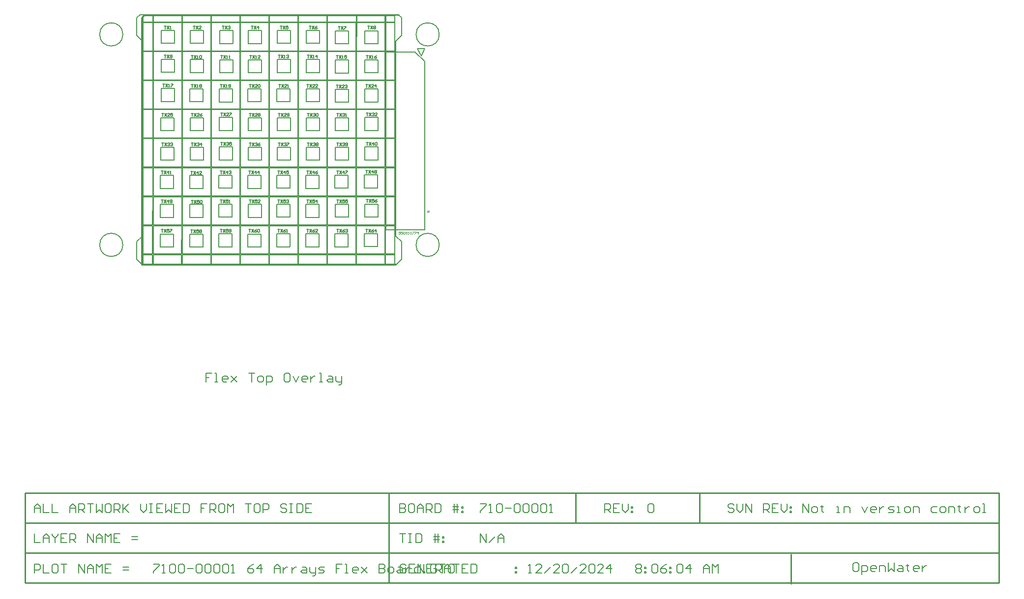
<source format=gto>
G04*
G04 #@! TF.GenerationSoftware,Altium Limited,Altium Designer,24.3.1 (35)*
G04*
G04 Layer_Color=65535*
%FSAX25Y25*%
%MOIN*%
G70*
G04*
G04 #@! TF.SameCoordinates,FD1E8778-55F6-401F-AF26-4ACC28CE7946*
G04*
G04*
G04 #@! TF.FilePolarity,Positive*
G04*
G01*
G75*
%ADD10C,0.00787*%
%ADD11C,0.01000*%
%ADD12C,0.00500*%
%ADD13C,0.00600*%
%ADD14C,0.00800*%
%ADD15C,0.00300*%
G54D10*
X0320830Y0412532D02*
G03*
X0320830Y0412532I-0007874J0000000D01*
G01*
X0106277D02*
G03*
X0106277Y0412532I-0007874J0000000D01*
G01*
Y0269632D02*
G03*
X0106277Y0269632I-0007874J0000000D01*
G01*
X0320830D02*
G03*
X0320830Y0269632I-0007874J0000000D01*
G01*
X0284111Y0425718D02*
X0284498D01*
Y0420859D02*
Y0425718D01*
X0264509Y0421059D02*
X0264514Y0425462D01*
X0264903Y0421059D02*
Y0425462D01*
X0244709Y0420959D02*
X0244714Y0425362D01*
X0245103Y0420959D02*
Y0425362D01*
X0225009Y0420859D02*
X0225014Y0425262D01*
X0225403Y0420859D02*
Y0425262D01*
X0205309Y0421359D02*
X0205314Y0425762D01*
X0205703Y0421359D02*
Y0425762D01*
X0185709Y0420659D02*
X0185714Y0425062D01*
X0186103Y0420659D02*
Y0425062D01*
X0166009Y0420759D02*
X0166014Y0425162D01*
X0166403Y0420759D02*
Y0425162D01*
X0126609Y0420659D02*
X0126614Y0425062D01*
X0127003Y0420659D02*
Y0425062D01*
X0146316Y0425262D02*
X0146703D01*
Y0420859D02*
Y0425262D01*
X0126667Y0420859D02*
X0146309D01*
X0205575Y0262985D02*
X0224867D01*
X0224859Y0256620D02*
X0224867Y0262985D01*
X0205576Y0263379D02*
X0224867D01*
X0166205Y0262985D02*
X0185497D01*
X0166198Y0256620D02*
X0166205Y0262985D01*
X0146520Y0262985D02*
X0165812Y0262985D01*
X0146521Y0263379D02*
X0165812Y0263379D01*
X0146513Y0256620D02*
X0146520Y0262985D01*
X0283914Y0256620D02*
X0283922Y0262985D01*
X0291198Y0256010D02*
X0295135Y0259947D01*
X0225253Y0256620D02*
X0225260Y0262985D01*
X0165804Y0256620D02*
X0165812Y0262985D01*
X0126434Y0256620D02*
X0126442Y0262985D01*
X0126434Y0256620D02*
X0126631Y0256620D01*
X0120069Y0262985D02*
X0126442D01*
X0120069Y0263379D02*
X0126442D01*
X0126828Y0256620D02*
X0126835Y0262985D01*
X0146119Y0256620D02*
X0146127Y0262985D01*
X0126835D02*
X0146127D01*
X0126836Y0263379D02*
X0146127D01*
X0225261Y0263379D02*
X0244552D01*
X0244946D02*
X0264237D01*
X0284316Y0262985D02*
X0290673D01*
X0264623Y0256620D02*
X0264631Y0262985D01*
X0283922Y0263379D02*
X0283945Y0282670D01*
X0291198Y0275695D02*
X0295135Y0271758D01*
X0225260Y0262985D02*
X0244552D01*
X0244946D02*
X0264237D01*
X0244544Y0256620D02*
X0244552Y0262985D01*
X0244938Y0256620D02*
X0244946Y0262985D01*
X0264229Y0256620D02*
X0264237Y0262985D01*
X0295135Y0259947D02*
Y0271758D01*
X0283914Y0256620D02*
X0284111Y0256620D01*
X0264229Y0256620D02*
X0264426Y0256620D01*
X0120069Y0256620D02*
X0290673Y0256620D01*
X0146119Y0256620D02*
X0146316Y0256620D01*
X0165804Y0256620D02*
X0166001Y0256620D01*
X0185489Y0256620D02*
X0185686Y0256620D01*
X0205174Y0256620D02*
X0205371Y0256620D01*
X0224859Y0256620D02*
X0225056Y0256620D01*
X0244544Y0256620D02*
X0244741Y0256620D01*
X0119544Y0256010D02*
X0291198Y0256010D01*
X0146657Y0381095D02*
X0165948D01*
X0146634Y0361804D02*
X0165926D01*
X0165948Y0381489D02*
X0165971Y0400780D01*
X0165926Y0361804D02*
X0165948Y0381095D01*
X0166342Y0381489D02*
X0166365Y0400780D01*
X0205319Y0381489D02*
X0205341Y0400780D01*
X0186027Y0381489D02*
X0205319D01*
X0186027Y0381095D02*
X0205318D01*
X0205296Y0361804D02*
X0205318Y0381095D01*
X0205712Y0381489D02*
X0205735Y0400780D01*
X0146634Y0361410D02*
X0165925D01*
X0146612Y0342119D02*
X0165903D01*
X0146611Y0341725D02*
X0165903D01*
X0185565Y0322434D02*
X0185588Y0341725D01*
X0225283Y0282670D02*
X0244574D01*
X0225261Y0263379D02*
X0225283Y0282670D01*
X0244946Y0263379D02*
X0244968Y0282670D01*
X0205621Y0302355D02*
X0224912D01*
X0224890Y0283064D02*
X0224912Y0302355D01*
X0205599Y0283064D02*
X0224890D01*
X0244575D02*
X0244597Y0302355D01*
X0225284Y0283064D02*
X0225306Y0302355D01*
X0224867Y0263379D02*
X0224889Y0282670D01*
X0244969Y0283064D02*
X0244991Y0302355D01*
X0225306D02*
X0244597D01*
X0205598Y0282670D02*
X0224889D01*
X0205599Y0283064D02*
X0205621Y0302355D01*
X0264654Y0283064D02*
X0283945Y0283064D01*
X0264654Y0283064D02*
X0264676Y0302355D01*
X0283945Y0283064D02*
X0283967Y0302355D01*
X0264699Y0322040D02*
X0283990D01*
X0264676Y0302749D02*
X0264699Y0322040D01*
X0264676Y0302749D02*
X0283968Y0302749D01*
X0284361Y0302355D02*
X0290673D01*
X0264676D02*
X0283967D01*
X0284339Y0283064D02*
X0290673D01*
X0185497Y0263379D02*
X0185519Y0282670D01*
X0185890Y0262985D02*
X0205182D01*
X0185520Y0283064D02*
X0185542Y0302355D01*
X0185489Y0256620D02*
X0185497Y0262985D01*
X0185914Y0283064D02*
X0205205D01*
X0185891Y0263379D02*
X0185913Y0282670D01*
X0205204D01*
X0185914Y0283064D02*
X0185936Y0302355D01*
X0185959Y0322040D02*
X0205250D01*
X0185936Y0302355D02*
X0205227D01*
X0185936Y0302749D02*
X0205228D01*
X0185883Y0256620D02*
X0185890Y0262985D01*
X0185981Y0341725D02*
X0205273D01*
X0185982Y0342119D02*
X0205273D01*
X0205250Y0322434D02*
X0205273Y0341725D01*
X0185959Y0322434D02*
X0205250D01*
X0166274D02*
X0185565D01*
X0166274D02*
X0166296Y0341725D01*
X0166274Y0322040D02*
X0185565D01*
X0166296Y0341725D02*
X0185588D01*
X0166251Y0302749D02*
X0166274Y0322040D01*
X0205228Y0302749D02*
X0205250Y0322040D01*
X0205621Y0302749D02*
X0205644Y0322040D01*
X0205644Y0322434D02*
X0205666Y0341725D01*
X0166297Y0342119D02*
X0185588D01*
X0165880Y0322434D02*
X0165903Y0341725D01*
X0225284Y0283064D02*
X0244575D01*
X0244552Y0263379D02*
X0244574Y0282670D01*
X0244968D02*
X0264260Y0282670D01*
X0264260Y0283064D02*
X0264282Y0302355D01*
X0225352Y0342119D02*
X0244643D01*
X0225351Y0341725D02*
X0244643Y0341725D01*
X0245037Y0342119D02*
X0264328Y0342119D01*
X0264699Y0322434D02*
X0264721Y0341725D01*
X0244620Y0322434D02*
X0244643Y0341725D01*
X0245037D02*
X0264328D01*
X0245014Y0322434D02*
X0245037Y0341725D01*
X0264699Y0322434D02*
X0283991D01*
X0284384Y0322040D02*
X0290673D01*
X0284407Y0342119D02*
X0290673D01*
X0284384Y0322434D02*
X0290673D01*
X0284384D02*
X0284406Y0341725D01*
X0264721D02*
X0284013D01*
X0264722Y0342119D02*
X0284013D01*
X0244711Y0401174D02*
X0244734Y0420465D01*
X0225420Y0401174D02*
X0244711Y0401174D01*
X0225420Y0400780D02*
X0244711D01*
X0205735Y0400780D02*
X0225026Y0400780D01*
X0205735Y0401174D02*
X0205757Y0420465D01*
X0205735Y0401174D02*
X0225026D01*
X0225420D02*
X0225442Y0420465D01*
X0225026Y0401174D02*
X0225049Y0420465D01*
X0245105Y0401174D02*
X0264397D01*
X0245105Y0400780D02*
X0264396D01*
X0245105Y0401174D02*
X0245127Y0420465D01*
X0264397Y0401174D02*
X0264419Y0420465D01*
X0284475Y0400780D02*
X0290673D01*
X0284497Y0420465D02*
X0290673D01*
X0264790Y0401174D02*
X0284082D01*
X0264790D02*
X0264812Y0420465D01*
X0264790Y0400780D02*
X0284081D01*
X0284082Y0401174D02*
X0284104Y0420465D01*
X0284475Y0401174D02*
X0284497Y0420465D01*
X0264812D02*
X0284104D01*
X0284475Y0401174D02*
X0290673D01*
X0126994Y0400780D02*
X0146286D01*
X0127017Y0420465D02*
X0146309D01*
X0120069D02*
X0126623D01*
X0120069Y0400780D02*
X0126601D01*
X0126995Y0401174D02*
X0146286D01*
X0166365D02*
X0185656D01*
X0185679Y0420465D01*
X0146680Y0401174D02*
X0146702Y0420465D01*
X0146680Y0401174D02*
X0165971D01*
X0126995D02*
X0127017Y0420465D01*
X0120069Y0401174D02*
X0126601D01*
X0165971D02*
X0165994Y0420465D01*
X0126601Y0401174D02*
X0126623Y0420465D01*
X0166365Y0400780D02*
X0185656D01*
X0146679D02*
X0165971D01*
X0186050D02*
X0205341D01*
X0166387Y0420465D02*
X0185679D01*
X0166365Y0401174D02*
X0166387Y0420465D01*
X0186050Y0401174D02*
X0205341D01*
X0186050D02*
X0186072Y0420465D01*
X0146286Y0401174D02*
X0146309Y0420465D01*
X0205341Y0401174D02*
X0205364Y0420465D01*
X0146703Y0420859D02*
X0165994D01*
X0284104Y0420859D02*
X0284110Y0425517D01*
X0284498Y0420859D02*
X0290673D01*
X0166388Y0420859D02*
X0185679D01*
X0295135Y0411915D02*
Y0423726D01*
X0264767Y0381489D02*
X0284059D01*
X0264767D02*
X0264790Y0400780D01*
X0264767Y0381095D02*
X0284058D01*
X0291198Y0407978D02*
X0295135Y0411915D01*
X0284453Y0381489D02*
X0290673D01*
X0284059D02*
X0284081Y0400780D01*
X0244689Y0381489D02*
X0244711Y0400780D01*
X0166228Y0283064D02*
X0166251Y0302355D01*
X0185891Y0263379D02*
X0205182D01*
X0244991Y0302355D02*
X0264282Y0302355D01*
X0244969Y0283064D02*
X0264260D01*
X0264237Y0263379D02*
X0264260Y0282670D01*
X0166319Y0361410D02*
X0185610D01*
X0166297Y0342119D02*
X0166319Y0361410D01*
X0146612Y0342119D02*
X0146634Y0361410D01*
X0146218Y0342119D02*
X0146240Y0361410D01*
X0165903Y0342119D02*
X0165925Y0361410D01*
X0284406Y0341725D02*
X0290673D01*
X0283991Y0322434D02*
X0284013Y0341725D01*
X0205273Y0342119D02*
X0205295Y0361410D01*
X0284429Y0361410D02*
X0290673D01*
X0186004Y0361410D02*
X0205295D01*
X0186004Y0361804D02*
X0205296D01*
X0115607Y0411915D02*
Y0423726D01*
X0205757Y0420465D02*
X0225049Y0420465D01*
X0186072Y0420465D02*
X0205364D01*
X0146702D02*
X0165994D01*
X0205758Y0420859D02*
X0225049Y0420859D01*
X0186073Y0420859D02*
X0205364D01*
X0120069Y0341725D02*
X0126532D01*
X0126904Y0322434D02*
X0126926Y0341725D01*
X0146218Y0341725D01*
X0146127Y0263379D02*
X0146149Y0282670D01*
X0126510Y0322434D02*
X0126532Y0341725D01*
X0120069Y0322434D02*
X0126510D01*
X0115607Y0411915D02*
X0119544Y0407978D01*
X0115607Y0423726D02*
X0117902Y0426021D01*
X0115607Y0259947D02*
X0119544Y0256010D01*
X0120069Y0256620D02*
X0120069Y0425262D01*
X0119544Y0275695D02*
X0119544Y0407978D01*
X0115607Y0271758D02*
X0119544Y0275695D01*
X0115607Y0259947D02*
Y0271758D01*
X0205174Y0256620D02*
X0205182Y0262985D01*
X0205568Y0256620D02*
X0205575Y0262985D01*
X0205205Y0283064D02*
X0205227Y0302355D01*
X0205576Y0263379D02*
X0205598Y0282670D01*
X0205182Y0263379D02*
X0205204Y0282670D01*
X0205667Y0342119D02*
X0205689Y0361410D01*
X0146309Y0420859D02*
X0146314Y0425262D01*
X0225442Y0420465D02*
X0244734D01*
X0225443Y0420859D02*
X0244734D01*
X0264813D02*
X0284104D01*
X0245128D02*
X0264419D01*
X0120069Y0425262D02*
X0290673Y0425262D01*
X0117902Y0426021D02*
X0292840Y0426021D01*
X0245127Y0420465D02*
X0264419D01*
X0290673Y0256620D02*
X0290673Y0425262D01*
X0291198Y0275695D02*
X0291198Y0407978D01*
X0264631Y0263379D02*
X0283922Y0263379D01*
X0264653Y0282670D02*
X0283945D01*
X0284362Y0302749D02*
X0290673D01*
X0284362D02*
X0284384Y0322040D01*
X0284339Y0283064D02*
X0284361Y0302355D01*
X0284316Y0263379D02*
X0290673D01*
X0284316D02*
X0284338Y0282670D01*
X0290673D01*
X0264631Y0262985D02*
X0283922Y0262985D01*
X0283968Y0302749D02*
X0283990Y0322040D01*
X0284036Y0361804D02*
X0284058Y0381095D01*
X0284308Y0256620D02*
X0284316Y0262985D01*
X0264631Y0263379D02*
X0264653Y0282670D01*
X0292840Y0426021D02*
X0295135Y0423726D01*
X0120069Y0420859D02*
X0126624D01*
X0244666Y0361804D02*
X0244688Y0381095D01*
X0245060Y0361804D02*
X0245082Y0381095D01*
X0186004Y0361804D02*
X0186027Y0381095D01*
X0225375Y0361804D02*
X0225397Y0381095D01*
X0224981Y0361804D02*
X0225003Y0381095D01*
X0205690Y0361804D02*
X0205712Y0381095D01*
X0284430Y0361804D02*
X0284452Y0381095D01*
X0126972Y0381095D02*
X0146263D01*
X0166342D02*
X0185633D01*
X0185611Y0361804D02*
X0185633Y0381095D01*
X0166320Y0361804D02*
X0166342Y0381095D01*
X0146241Y0361804D02*
X0146263Y0381095D01*
X0146634Y0361804D02*
X0146657Y0381095D01*
X0126949Y0361804D02*
X0126972Y0381095D01*
X0264283Y0302749D02*
X0264305Y0322040D01*
X0205644Y0322434D02*
X0224935D01*
X0245014D02*
X0264305Y0322434D01*
X0224913Y0302749D02*
X0224935Y0322040D01*
X0205621Y0302749D02*
X0224913D01*
X0205644Y0322040D02*
X0224935D01*
X0225306Y0302749D02*
X0244598D01*
X0244620Y0322040D01*
X0225306Y0302749D02*
X0225329Y0322040D01*
X0244991Y0302749D02*
X0245014Y0322040D01*
X0264305Y0322040D01*
X0225329Y0322040D02*
X0244620D01*
X0244991Y0302749D02*
X0264283D01*
X0225329Y0322434D02*
X0244620D01*
X0264745Y0361804D02*
X0264767Y0381095D01*
X0264722Y0342119D02*
X0264744Y0361410D01*
X0284013Y0342119D02*
X0284036Y0361410D01*
X0264351Y0361804D02*
X0264373Y0381095D01*
X0264328Y0342119D02*
X0264351Y0361410D01*
X0264374Y0381489D02*
X0264396Y0400780D01*
X0264305Y0322434D02*
X0264328Y0341725D01*
X0284407Y0342119D02*
X0284429Y0361410D01*
X0284453Y0381489D02*
X0284475Y0400780D01*
X0225375Y0361804D02*
X0244666Y0361804D01*
X0225374Y0361410D02*
X0244666Y0361410D01*
X0245060Y0361804D02*
X0264351D01*
X0245059Y0361410D02*
X0264351D01*
X0205689Y0361410D02*
X0224980D01*
X0205690Y0361804D02*
X0224981D01*
X0284430Y0361804D02*
X0290673D01*
X0264745D02*
X0284036D01*
X0120069Y0361804D02*
X0126556D01*
X0126949Y0361410D02*
X0146240D01*
X0126949Y0361804D02*
X0146241Y0361804D01*
X0166320D02*
X0185611D01*
X0120069Y0361410D02*
X0126555Y0361410D01*
X0264744Y0361410D02*
X0284036D01*
X0120069Y0302749D02*
X0126488D01*
X0126465Y0283064D02*
X0126487Y0302355D01*
X0120069Y0283064D02*
X0126465D01*
X0120069Y0302355D02*
X0126487D01*
X0126442Y0263379D02*
X0126464Y0282670D01*
X0126903Y0322040D02*
X0146195Y0322040D01*
X0126836Y0263379D02*
X0126858Y0282670D01*
X0126881Y0302355D02*
X0146172Y0302355D01*
X0126881Y0302749D02*
X0146172D01*
X0146150Y0283064D02*
X0146172Y0302355D01*
X0126858Y0283064D02*
X0146150D01*
X0126858D02*
X0126881Y0302355D01*
X0146544Y0283064D02*
X0146566Y0302355D01*
X0225397Y0381095D02*
X0244688Y0381095D01*
X0225397Y0381489D02*
X0244689Y0381489D01*
X0245082D02*
X0264374D01*
X0245082Y0381095D02*
X0264373D01*
X0166342Y0381489D02*
X0185634D01*
X0284452Y0381095D02*
X0290673D01*
X0126533Y0342119D02*
X0126555Y0361410D01*
X0126927Y0342119D02*
X0126949Y0361410D01*
X0126904Y0322434D02*
X0146195Y0322434D01*
X0126927Y0342119D02*
X0146218Y0342119D01*
X0120069Y0342119D02*
X0126533D01*
X0166206Y0263379D02*
X0185497D01*
X0166228Y0282670D02*
X0185519D01*
X0166206Y0263379D02*
X0166228Y0282670D01*
X0166228Y0283064D02*
X0185520D01*
X0146589Y0322434D02*
X0165880D01*
X0146589Y0322040D02*
X0165880D01*
X0165858Y0302749D02*
X0165880Y0322040D01*
X0146543Y0282670D02*
X0165834Y0282670D01*
X0146521Y0263379D02*
X0146543Y0282670D01*
X0165835Y0283064D02*
X0165857Y0302355D01*
X0146544Y0283064D02*
X0165835Y0283064D01*
X0146566Y0302355D02*
X0165857D01*
X0146566Y0302749D02*
X0165858Y0302749D01*
X0166251D02*
X0185543D01*
X0166251Y0302355D02*
X0185542D01*
X0165812Y0263379D02*
X0165834Y0282670D01*
X0146195Y0322434D02*
X0146218Y0341725D01*
X0146566Y0302749D02*
X0146589Y0322040D01*
X0146172Y0302749D02*
X0146195Y0322040D01*
X0146589Y0322434D02*
X0146611Y0341725D01*
X0126556Y0361804D02*
X0126578Y0381095D01*
X0146657Y0381489D02*
X0146679Y0400780D01*
X0185634Y0381489D02*
X0185656Y0400780D01*
X0186027Y0381489D02*
X0186050Y0400780D01*
X0244643Y0342119D02*
X0244666Y0361410D01*
X0245037Y0342119D02*
X0245059Y0361410D01*
X0224958Y0342119D02*
X0224980Y0361410D01*
X0205667Y0342119D02*
X0224958D01*
X0205666Y0341725D02*
X0224958D01*
X0224935Y0322434D02*
X0224958Y0341725D01*
X0225329Y0322434D02*
X0225351Y0341725D01*
X0225352Y0342119D02*
X0225374Y0361410D01*
X0185982Y0342119D02*
X0186004Y0361410D01*
X0185936Y0302749D02*
X0185959Y0322040D01*
X0185959Y0322434D02*
X0185981Y0341725D01*
X0185543Y0302749D02*
X0185565Y0322040D01*
X0185588Y0342119D02*
X0185610Y0361410D01*
X0245082Y0381489D02*
X0245105Y0400780D01*
X0205712Y0381095D02*
X0225003D01*
X0225004Y0381489D02*
X0225026Y0400780D01*
X0205712Y0381489D02*
X0225004D01*
X0225397D02*
X0225420Y0400780D01*
X0120069Y0381095D02*
X0126578D01*
X0146264Y0381489D02*
X0146286Y0400780D01*
X0126972Y0381489D02*
X0126994Y0400780D01*
X0126972Y0381489D02*
X0146264D01*
X0126578D02*
X0126601Y0400780D01*
X0146657Y0381489D02*
X0165948D01*
X0120069Y0381489D02*
X0126578Y0381489D01*
X0126488Y0302749D02*
X0126510Y0322040D01*
X0120069D02*
X0126510D01*
X0126881Y0302749D02*
X0126903Y0322040D01*
X0126858Y0282670D02*
X0146149D01*
X0120069D02*
X0126464D01*
G54D11*
X0121066Y0425718D02*
X0293143D01*
X0119063Y0423715D02*
X0121080Y0425732D01*
X0119063Y0256272D02*
X0119153D01*
X0119063D02*
Y0423715D01*
X0119059Y0256433D02*
X0291301D01*
X0119025Y0256400D02*
X0119059Y0256433D01*
X0497200Y0080717D02*
Y0101050D01*
X0413200Y0080717D02*
Y0101050D01*
X0040000Y0080717D02*
X0700200D01*
X0040000Y0060383D02*
X0700000D01*
X0040000Y0040050D02*
X0440500D01*
X0040050Y0101050D02*
X0700200D01*
X0040050Y0040050D02*
Y0101050D01*
Y0040050D02*
X0197600D01*
X0040000D02*
Y0101050D01*
X0286500Y0040050D02*
Y0101050D01*
X0700200Y0040050D02*
Y0101050D01*
X0440500Y0040050D02*
X0700200D01*
X0559400Y0039400D02*
Y0059683D01*
G54D12*
X0304461Y0400421D02*
X0310806Y0394076D01*
Y0279721D02*
Y0394076D01*
X0284506Y0279721D02*
X0310806D01*
X0284506D02*
Y0400421D01*
X0304461D01*
X0132274Y0319895D02*
X0133607D01*
X0132940D01*
Y0317896D01*
X0134273Y0319895D02*
X0135606Y0317896D01*
Y0319895D02*
X0134273Y0317896D01*
X0137273D02*
Y0319895D01*
X0136273Y0318896D01*
X0137606D01*
X0138272Y0317896D02*
X0138939D01*
X0138605D01*
Y0319895D01*
X0138272Y0319562D01*
X0132374Y0300195D02*
X0133707D01*
X0133040D01*
Y0298196D01*
X0134373Y0300195D02*
X0135706Y0298196D01*
Y0300195D02*
X0134373Y0298196D01*
X0137373D02*
Y0300195D01*
X0136373Y0299196D01*
X0137706D01*
X0138372Y0298529D02*
X0138705Y0298196D01*
X0139372D01*
X0139705Y0298529D01*
Y0299862D01*
X0139372Y0300195D01*
X0138705D01*
X0138372Y0299862D01*
Y0299529D01*
X0138705Y0299196D01*
X0139705D01*
X0271112Y0280343D02*
X0272445D01*
X0271778D01*
Y0278344D01*
X0273111Y0280343D02*
X0274444Y0278344D01*
Y0280343D02*
X0273111Y0278344D01*
X0276443Y0280343D02*
X0275777Y0280010D01*
X0275111Y0279343D01*
Y0278677D01*
X0275444Y0278344D01*
X0276110D01*
X0276443Y0278677D01*
Y0279010D01*
X0276110Y0279343D01*
X0275111D01*
X0278110Y0278344D02*
Y0280343D01*
X0277110Y0279343D01*
X0278443D01*
X0251137Y0280123D02*
X0252470D01*
X0251804D01*
Y0278123D01*
X0253136Y0280123D02*
X0254469Y0278123D01*
Y0280123D02*
X0253136Y0278123D01*
X0256469Y0280123D02*
X0255802Y0279789D01*
X0255136Y0279123D01*
Y0278457D01*
X0255469Y0278123D01*
X0256136D01*
X0256469Y0278457D01*
Y0278790D01*
X0256136Y0279123D01*
X0255136D01*
X0257135Y0279789D02*
X0257468Y0280123D01*
X0258135D01*
X0258468Y0279789D01*
Y0279456D01*
X0258135Y0279123D01*
X0257802D01*
X0258135D01*
X0258468Y0278790D01*
Y0278457D01*
X0258135Y0278123D01*
X0257468D01*
X0257135Y0278457D01*
X0230856Y0280089D02*
X0232189D01*
X0231523D01*
Y0278090D01*
X0232856Y0280089D02*
X0234189Y0278090D01*
Y0280089D02*
X0232856Y0278090D01*
X0236188Y0280089D02*
X0235522Y0279756D01*
X0234855Y0279090D01*
Y0278423D01*
X0235188Y0278090D01*
X0235855D01*
X0236188Y0278423D01*
Y0278756D01*
X0235855Y0279090D01*
X0234855D01*
X0238187Y0278090D02*
X0236854D01*
X0238187Y0279423D01*
Y0279756D01*
X0237854Y0280089D01*
X0237188D01*
X0236854Y0279756D01*
X0211210Y0280089D02*
X0212543D01*
X0211877D01*
Y0278090D01*
X0213210Y0280089D02*
X0214543Y0278090D01*
Y0280089D02*
X0213210Y0278090D01*
X0216542Y0280089D02*
X0215876Y0279756D01*
X0215209Y0279090D01*
Y0278423D01*
X0215543Y0278090D01*
X0216209D01*
X0216542Y0278423D01*
Y0278756D01*
X0216209Y0279090D01*
X0215209D01*
X0217209Y0278090D02*
X0217875D01*
X0217542D01*
Y0280089D01*
X0217209Y0279756D01*
X0191798Y0280056D02*
X0193131D01*
X0192465D01*
Y0278057D01*
X0193798Y0280056D02*
X0195131Y0278057D01*
Y0280056D02*
X0193798Y0278057D01*
X0197130Y0280056D02*
X0196464Y0279723D01*
X0195797Y0279056D01*
Y0278390D01*
X0196130Y0278057D01*
X0196797D01*
X0197130Y0278390D01*
Y0278723D01*
X0196797Y0279056D01*
X0195797D01*
X0197797Y0279723D02*
X0198130Y0280056D01*
X0198796D01*
X0199129Y0279723D01*
Y0278390D01*
X0198796Y0278057D01*
X0198130D01*
X0197797Y0278390D01*
Y0279723D01*
X0172242Y0280176D02*
X0173575D01*
X0172909D01*
Y0278176D01*
X0174242Y0280176D02*
X0175575Y0278176D01*
Y0280176D02*
X0174242Y0278176D01*
X0177574Y0280176D02*
X0176241D01*
Y0279176D01*
X0176908Y0279509D01*
X0177241D01*
X0177574Y0279176D01*
Y0278510D01*
X0177241Y0278176D01*
X0176574D01*
X0176241Y0278510D01*
X0178241D02*
X0178574Y0278176D01*
X0179240D01*
X0179573Y0278510D01*
Y0279843D01*
X0179240Y0280176D01*
X0178574D01*
X0178241Y0279843D01*
Y0279509D01*
X0178574Y0279176D01*
X0179573D01*
X0152373Y0279822D02*
X0153706D01*
X0153039D01*
Y0277823D01*
X0154372Y0279822D02*
X0155705Y0277823D01*
Y0279822D02*
X0154372Y0277823D01*
X0157704Y0279822D02*
X0156371D01*
Y0278822D01*
X0157038Y0279155D01*
X0157371D01*
X0157704Y0278822D01*
Y0278156D01*
X0157371Y0277823D01*
X0156705D01*
X0156371Y0278156D01*
X0158371Y0279489D02*
X0158704Y0279822D01*
X0159371D01*
X0159704Y0279489D01*
Y0279155D01*
X0159371Y0278822D01*
X0159704Y0278489D01*
Y0278156D01*
X0159371Y0277823D01*
X0158704D01*
X0158371Y0278156D01*
Y0278489D01*
X0158704Y0278822D01*
X0158371Y0279155D01*
Y0279489D01*
X0158704Y0278822D02*
X0159371D01*
X0132274Y0280095D02*
X0133607D01*
X0132940D01*
Y0278096D01*
X0134273Y0280095D02*
X0135606Y0278096D01*
Y0280095D02*
X0134273Y0278096D01*
X0137606Y0280095D02*
X0136273D01*
Y0279096D01*
X0136939Y0279429D01*
X0137273D01*
X0137606Y0279096D01*
Y0278429D01*
X0137273Y0278096D01*
X0136606D01*
X0136273Y0278429D01*
X0138272Y0280095D02*
X0139605D01*
Y0279762D01*
X0138272Y0278429D01*
Y0278096D01*
X0271212Y0300443D02*
X0272545D01*
X0271878D01*
Y0298444D01*
X0273211Y0300443D02*
X0274544Y0298444D01*
Y0300443D02*
X0273211Y0298444D01*
X0276543Y0300443D02*
X0275210D01*
Y0299443D01*
X0275877Y0299777D01*
X0276210D01*
X0276543Y0299443D01*
Y0298777D01*
X0276210Y0298444D01*
X0275544D01*
X0275210Y0298777D01*
X0278543Y0300443D02*
X0277876Y0300110D01*
X0277210Y0299443D01*
Y0298777D01*
X0277543Y0298444D01*
X0278210D01*
X0278543Y0298777D01*
Y0299110D01*
X0278210Y0299443D01*
X0277210D01*
X0251237Y0300223D02*
X0252570D01*
X0251904D01*
Y0298223D01*
X0253237Y0300223D02*
X0254569Y0298223D01*
Y0300223D02*
X0253237Y0298223D01*
X0256569Y0300223D02*
X0255236D01*
Y0299223D01*
X0255902Y0299556D01*
X0256236D01*
X0256569Y0299223D01*
Y0298557D01*
X0256236Y0298223D01*
X0255569D01*
X0255236Y0298557D01*
X0258568Y0300223D02*
X0257235D01*
Y0299223D01*
X0257902Y0299556D01*
X0258235D01*
X0258568Y0299223D01*
Y0298557D01*
X0258235Y0298223D01*
X0257568D01*
X0257235Y0298557D01*
X0230956Y0300189D02*
X0232289D01*
X0231623D01*
Y0298190D01*
X0232956Y0300189D02*
X0234289Y0298190D01*
Y0300189D02*
X0232956Y0298190D01*
X0236288Y0300189D02*
X0234955D01*
Y0299190D01*
X0235622Y0299523D01*
X0235955D01*
X0236288Y0299190D01*
Y0298523D01*
X0235955Y0298190D01*
X0235288D01*
X0234955Y0298523D01*
X0237954Y0298190D02*
Y0300189D01*
X0236954Y0299190D01*
X0238287D01*
X0211311Y0300189D02*
X0212643D01*
X0211977D01*
Y0298190D01*
X0213310Y0300189D02*
X0214643Y0298190D01*
Y0300189D02*
X0213310Y0298190D01*
X0216642Y0300189D02*
X0215309D01*
Y0299190D01*
X0215976Y0299523D01*
X0216309D01*
X0216642Y0299190D01*
Y0298523D01*
X0216309Y0298190D01*
X0215642D01*
X0215309Y0298523D01*
X0217309Y0299856D02*
X0217642Y0300189D01*
X0218308D01*
X0218641Y0299856D01*
Y0299523D01*
X0218308Y0299190D01*
X0217975D01*
X0218308D01*
X0218641Y0298856D01*
Y0298523D01*
X0218308Y0298190D01*
X0217642D01*
X0217309Y0298523D01*
X0191899Y0300156D02*
X0193231D01*
X0192565D01*
Y0298157D01*
X0193898Y0300156D02*
X0195231Y0298157D01*
Y0300156D02*
X0193898Y0298157D01*
X0197230Y0300156D02*
X0195897D01*
Y0299156D01*
X0196564Y0299490D01*
X0196897D01*
X0197230Y0299156D01*
Y0298490D01*
X0196897Y0298157D01*
X0196230D01*
X0195897Y0298490D01*
X0199229Y0298157D02*
X0197897D01*
X0199229Y0299490D01*
Y0299823D01*
X0198896Y0300156D01*
X0198230D01*
X0197897Y0299823D01*
X0172342Y0300276D02*
X0173675D01*
X0173009D01*
Y0298276D01*
X0174342Y0300276D02*
X0175675Y0298276D01*
Y0300276D02*
X0174342Y0298276D01*
X0177674Y0300276D02*
X0176341D01*
Y0299276D01*
X0177008Y0299609D01*
X0177341D01*
X0177674Y0299276D01*
Y0298610D01*
X0177341Y0298276D01*
X0176674D01*
X0176341Y0298610D01*
X0178340Y0298276D02*
X0179007D01*
X0178674D01*
Y0300276D01*
X0178340Y0299943D01*
X0152473Y0299922D02*
X0153806D01*
X0153139D01*
Y0297923D01*
X0154472Y0299922D02*
X0155805Y0297923D01*
Y0299922D02*
X0154472Y0297923D01*
X0157804Y0299922D02*
X0156472D01*
Y0298922D01*
X0157138Y0299255D01*
X0157471D01*
X0157804Y0298922D01*
Y0298256D01*
X0157471Y0297923D01*
X0156805D01*
X0156472Y0298256D01*
X0158471Y0299589D02*
X0158804Y0299922D01*
X0159470D01*
X0159804Y0299589D01*
Y0298256D01*
X0159470Y0297923D01*
X0158804D01*
X0158471Y0298256D01*
Y0299589D01*
X0271112Y0320143D02*
X0272445D01*
X0271778D01*
Y0318144D01*
X0273111Y0320143D02*
X0274444Y0318144D01*
Y0320143D02*
X0273111Y0318144D01*
X0276110D02*
Y0320143D01*
X0275111Y0319143D01*
X0276443D01*
X0277110Y0319810D02*
X0277443Y0320143D01*
X0278110D01*
X0278443Y0319810D01*
Y0319477D01*
X0278110Y0319143D01*
X0278443Y0318810D01*
Y0318477D01*
X0278110Y0318144D01*
X0277443D01*
X0277110Y0318477D01*
Y0318810D01*
X0277443Y0319143D01*
X0277110Y0319477D01*
Y0319810D01*
X0277443Y0319143D02*
X0278110D01*
X0251137Y0319923D02*
X0252470D01*
X0251804D01*
Y0317923D01*
X0253136Y0319923D02*
X0254469Y0317923D01*
Y0319923D02*
X0253136Y0317923D01*
X0256136D02*
Y0319923D01*
X0255136Y0318923D01*
X0256469D01*
X0257135Y0319923D02*
X0258468D01*
Y0319589D01*
X0257135Y0318257D01*
Y0317923D01*
X0230856Y0319889D02*
X0232189D01*
X0231523D01*
Y0317890D01*
X0232856Y0319889D02*
X0234189Y0317890D01*
Y0319889D02*
X0232856Y0317890D01*
X0235855D02*
Y0319889D01*
X0234855Y0318890D01*
X0236188D01*
X0238187Y0319889D02*
X0237521Y0319556D01*
X0236854Y0318890D01*
Y0318223D01*
X0237188Y0317890D01*
X0237854D01*
X0238187Y0318223D01*
Y0318556D01*
X0237854Y0318890D01*
X0236854D01*
X0211210Y0319889D02*
X0212543D01*
X0211877D01*
Y0317890D01*
X0213210Y0319889D02*
X0214543Y0317890D01*
Y0319889D02*
X0213210Y0317890D01*
X0216209D02*
Y0319889D01*
X0215209Y0318890D01*
X0216542D01*
X0218542Y0319889D02*
X0217209D01*
Y0318890D01*
X0217875Y0319223D01*
X0218208D01*
X0218542Y0318890D01*
Y0318223D01*
X0218208Y0317890D01*
X0217542D01*
X0217209Y0318223D01*
X0191798Y0319856D02*
X0193131D01*
X0192465D01*
Y0317857D01*
X0193798Y0319856D02*
X0195131Y0317857D01*
Y0319856D02*
X0193798Y0317857D01*
X0196797D02*
Y0319856D01*
X0195797Y0318856D01*
X0197130D01*
X0198796Y0317857D02*
Y0319856D01*
X0197797Y0318856D01*
X0199129D01*
X0172242Y0319976D02*
X0173575D01*
X0172909D01*
Y0317976D01*
X0174242Y0319976D02*
X0175575Y0317976D01*
Y0319976D02*
X0174242Y0317976D01*
X0177241D02*
Y0319976D01*
X0176241Y0318976D01*
X0177574D01*
X0178241Y0319643D02*
X0178574Y0319976D01*
X0179240D01*
X0179573Y0319643D01*
Y0319309D01*
X0179240Y0318976D01*
X0178907D01*
X0179240D01*
X0179573Y0318643D01*
Y0318310D01*
X0179240Y0317976D01*
X0178574D01*
X0178241Y0318310D01*
X0152373Y0319622D02*
X0153706D01*
X0153039D01*
Y0317623D01*
X0154372Y0319622D02*
X0155705Y0317623D01*
Y0319622D02*
X0154372Y0317623D01*
X0157371D02*
Y0319622D01*
X0156371Y0318622D01*
X0157704D01*
X0159704Y0317623D02*
X0158371D01*
X0159704Y0318955D01*
Y0319289D01*
X0159371Y0319622D01*
X0158704D01*
X0158371Y0319289D01*
X0271412Y0339243D02*
X0272745D01*
X0272078D01*
Y0337244D01*
X0273411Y0339243D02*
X0274744Y0337244D01*
Y0339243D02*
X0273411Y0337244D01*
X0276410D02*
Y0339243D01*
X0275411Y0338243D01*
X0276743D01*
X0277410Y0338910D02*
X0277743Y0339243D01*
X0278410D01*
X0278743Y0338910D01*
Y0337577D01*
X0278410Y0337244D01*
X0277743D01*
X0277410Y0337577D01*
Y0338910D01*
X0251437Y0339023D02*
X0252770D01*
X0252104D01*
Y0337023D01*
X0253436Y0339023D02*
X0254769Y0337023D01*
Y0339023D02*
X0253436Y0337023D01*
X0255436Y0338689D02*
X0255769Y0339023D01*
X0256435D01*
X0256769Y0338689D01*
Y0338356D01*
X0256435Y0338023D01*
X0256102D01*
X0256435D01*
X0256769Y0337690D01*
Y0337357D01*
X0256435Y0337023D01*
X0255769D01*
X0255436Y0337357D01*
X0257435D02*
X0257768Y0337023D01*
X0258435D01*
X0258768Y0337357D01*
Y0338689D01*
X0258435Y0339023D01*
X0257768D01*
X0257435Y0338689D01*
Y0338356D01*
X0257768Y0338023D01*
X0258768D01*
X0231156Y0338989D02*
X0232489D01*
X0231823D01*
Y0336990D01*
X0233156Y0338989D02*
X0234489Y0336990D01*
Y0338989D02*
X0233156Y0336990D01*
X0235155Y0338656D02*
X0235488Y0338989D01*
X0236155D01*
X0236488Y0338656D01*
Y0338323D01*
X0236155Y0337990D01*
X0235822D01*
X0236155D01*
X0236488Y0337656D01*
Y0337323D01*
X0236155Y0336990D01*
X0235488D01*
X0235155Y0337323D01*
X0237154Y0338656D02*
X0237488Y0338989D01*
X0238154D01*
X0238487Y0338656D01*
Y0338323D01*
X0238154Y0337990D01*
X0238487Y0337656D01*
Y0337323D01*
X0238154Y0336990D01*
X0237488D01*
X0237154Y0337323D01*
Y0337656D01*
X0237488Y0337990D01*
X0237154Y0338323D01*
Y0338656D01*
X0237488Y0337990D02*
X0238154D01*
X0211510Y0338989D02*
X0212843D01*
X0212177D01*
Y0336990D01*
X0213510Y0338989D02*
X0214843Y0336990D01*
Y0338989D02*
X0213510Y0336990D01*
X0215509Y0338656D02*
X0215843Y0338989D01*
X0216509D01*
X0216842Y0338656D01*
Y0338323D01*
X0216509Y0337990D01*
X0216176D01*
X0216509D01*
X0216842Y0337656D01*
Y0337323D01*
X0216509Y0336990D01*
X0215843D01*
X0215509Y0337323D01*
X0217509Y0338989D02*
X0218842D01*
Y0338656D01*
X0217509Y0337323D01*
Y0336990D01*
X0192098Y0338956D02*
X0193431D01*
X0192765D01*
Y0336957D01*
X0194098Y0338956D02*
X0195431Y0336957D01*
Y0338956D02*
X0194098Y0336957D01*
X0196097Y0338623D02*
X0196430Y0338956D01*
X0197097D01*
X0197430Y0338623D01*
Y0338290D01*
X0197097Y0337956D01*
X0196764D01*
X0197097D01*
X0197430Y0337623D01*
Y0337290D01*
X0197097Y0336957D01*
X0196430D01*
X0196097Y0337290D01*
X0199429Y0338956D02*
X0198763Y0338623D01*
X0198097Y0337956D01*
Y0337290D01*
X0198430Y0336957D01*
X0199096D01*
X0199429Y0337290D01*
Y0337623D01*
X0199096Y0337956D01*
X0198097D01*
X0172542Y0339076D02*
X0173875D01*
X0173209D01*
Y0337076D01*
X0174542Y0339076D02*
X0175875Y0337076D01*
Y0339076D02*
X0174542Y0337076D01*
X0176541Y0338743D02*
X0176874Y0339076D01*
X0177541D01*
X0177874Y0338743D01*
Y0338409D01*
X0177541Y0338076D01*
X0177208D01*
X0177541D01*
X0177874Y0337743D01*
Y0337410D01*
X0177541Y0337076D01*
X0176874D01*
X0176541Y0337410D01*
X0179873Y0339076D02*
X0178541D01*
Y0338076D01*
X0179207Y0338409D01*
X0179540D01*
X0179873Y0338076D01*
Y0337410D01*
X0179540Y0337076D01*
X0178874D01*
X0178541Y0337410D01*
X0152673Y0338722D02*
X0154006D01*
X0153339D01*
Y0336723D01*
X0154672Y0338722D02*
X0156005Y0336723D01*
Y0338722D02*
X0154672Y0336723D01*
X0156672Y0338389D02*
X0157005Y0338722D01*
X0157671D01*
X0158004Y0338389D01*
Y0338055D01*
X0157671Y0337722D01*
X0157338D01*
X0157671D01*
X0158004Y0337389D01*
Y0337056D01*
X0157671Y0336723D01*
X0157005D01*
X0156672Y0337056D01*
X0159670Y0336723D02*
Y0338722D01*
X0158671Y0337722D01*
X0160004D01*
X0132574Y0338995D02*
X0133907D01*
X0133240D01*
Y0336996D01*
X0134573Y0338995D02*
X0135906Y0336996D01*
Y0338995D02*
X0134573Y0336996D01*
X0136573Y0338662D02*
X0136906Y0338995D01*
X0137573D01*
X0137906Y0338662D01*
Y0338329D01*
X0137573Y0337996D01*
X0137239D01*
X0137573D01*
X0137906Y0337662D01*
Y0337329D01*
X0137573Y0336996D01*
X0136906D01*
X0136573Y0337329D01*
X0138572Y0338662D02*
X0138905Y0338995D01*
X0139572D01*
X0139905Y0338662D01*
Y0338329D01*
X0139572Y0337996D01*
X0139239D01*
X0139572D01*
X0139905Y0337662D01*
Y0337329D01*
X0139572Y0336996D01*
X0138905D01*
X0138572Y0337329D01*
X0132574Y0358995D02*
X0133907D01*
X0133240D01*
Y0356996D01*
X0134573Y0358995D02*
X0135906Y0356996D01*
Y0358995D02*
X0134573Y0356996D01*
X0137906D02*
X0136573D01*
X0137906Y0358329D01*
Y0358662D01*
X0137573Y0358995D01*
X0136906D01*
X0136573Y0358662D01*
X0139905Y0358995D02*
X0138572D01*
Y0357996D01*
X0139239Y0358329D01*
X0139572D01*
X0139905Y0357996D01*
Y0357329D01*
X0139572Y0356996D01*
X0138905D01*
X0138572Y0357329D01*
X0152673Y0358722D02*
X0154006D01*
X0153339D01*
Y0356723D01*
X0154672Y0358722D02*
X0156005Y0356723D01*
Y0358722D02*
X0154672Y0356723D01*
X0158004D02*
X0156672D01*
X0158004Y0358055D01*
Y0358389D01*
X0157671Y0358722D01*
X0157005D01*
X0156672Y0358389D01*
X0160004Y0358722D02*
X0159337Y0358389D01*
X0158671Y0357722D01*
Y0357056D01*
X0159004Y0356723D01*
X0159670D01*
X0160004Y0357056D01*
Y0357389D01*
X0159670Y0357722D01*
X0158671D01*
X0172542Y0359076D02*
X0173875D01*
X0173209D01*
Y0357077D01*
X0174542Y0359076D02*
X0175875Y0357077D01*
Y0359076D02*
X0174542Y0357077D01*
X0177874D02*
X0176541D01*
X0177874Y0358409D01*
Y0358743D01*
X0177541Y0359076D01*
X0176874D01*
X0176541Y0358743D01*
X0178541Y0359076D02*
X0179873D01*
Y0358743D01*
X0178541Y0357410D01*
Y0357077D01*
X0192098Y0358956D02*
X0193431D01*
X0192765D01*
Y0356957D01*
X0194098Y0358956D02*
X0195431Y0356957D01*
Y0358956D02*
X0194098Y0356957D01*
X0197430D02*
X0196097D01*
X0197430Y0358290D01*
Y0358623D01*
X0197097Y0358956D01*
X0196430D01*
X0196097Y0358623D01*
X0198097D02*
X0198430Y0358956D01*
X0199096D01*
X0199429Y0358623D01*
Y0358290D01*
X0199096Y0357956D01*
X0199429Y0357623D01*
Y0357290D01*
X0199096Y0356957D01*
X0198430D01*
X0198097Y0357290D01*
Y0357623D01*
X0198430Y0357956D01*
X0198097Y0358290D01*
Y0358623D01*
X0198430Y0357956D02*
X0199096D01*
X0211510Y0358989D02*
X0212843D01*
X0212177D01*
Y0356990D01*
X0213510Y0358989D02*
X0214843Y0356990D01*
Y0358989D02*
X0213510Y0356990D01*
X0216842D02*
X0215509D01*
X0216842Y0358323D01*
Y0358656D01*
X0216509Y0358989D01*
X0215843D01*
X0215509Y0358656D01*
X0217509Y0357323D02*
X0217842Y0356990D01*
X0218508D01*
X0218842Y0357323D01*
Y0358656D01*
X0218508Y0358989D01*
X0217842D01*
X0217509Y0358656D01*
Y0358323D01*
X0217842Y0357990D01*
X0218842D01*
X0231156Y0358989D02*
X0232489D01*
X0231823D01*
Y0356990D01*
X0233156Y0358989D02*
X0234489Y0356990D01*
Y0358989D02*
X0233156Y0356990D01*
X0235155Y0358656D02*
X0235488Y0358989D01*
X0236155D01*
X0236488Y0358656D01*
Y0358323D01*
X0236155Y0357990D01*
X0235822D01*
X0236155D01*
X0236488Y0357656D01*
Y0357323D01*
X0236155Y0356990D01*
X0235488D01*
X0235155Y0357323D01*
X0237154Y0358656D02*
X0237488Y0358989D01*
X0238154D01*
X0238487Y0358656D01*
Y0357323D01*
X0238154Y0356990D01*
X0237488D01*
X0237154Y0357323D01*
Y0358656D01*
X0251437Y0359023D02*
X0252770D01*
X0252104D01*
Y0357023D01*
X0253436Y0359023D02*
X0254769Y0357023D01*
Y0359023D02*
X0253436Y0357023D01*
X0255436Y0358689D02*
X0255769Y0359023D01*
X0256435D01*
X0256769Y0358689D01*
Y0358356D01*
X0256435Y0358023D01*
X0256102D01*
X0256435D01*
X0256769Y0357690D01*
Y0357357D01*
X0256435Y0357023D01*
X0255769D01*
X0255436Y0357357D01*
X0257435Y0357023D02*
X0258102D01*
X0257768D01*
Y0359023D01*
X0257435Y0358689D01*
X0271412Y0359243D02*
X0272745D01*
X0272078D01*
Y0357244D01*
X0273411Y0359243D02*
X0274744Y0357244D01*
Y0359243D02*
X0273411Y0357244D01*
X0275411Y0358910D02*
X0275744Y0359243D01*
X0276410D01*
X0276743Y0358910D01*
Y0358577D01*
X0276410Y0358243D01*
X0276077D01*
X0276410D01*
X0276743Y0357910D01*
Y0357577D01*
X0276410Y0357244D01*
X0275744D01*
X0275411Y0357577D01*
X0278743Y0357244D02*
X0277410D01*
X0278743Y0358577D01*
Y0358910D01*
X0278410Y0359243D01*
X0277743D01*
X0277410Y0358910D01*
X0133205Y0378793D02*
X0134538D01*
X0133872D01*
Y0376794D01*
X0135205Y0378793D02*
X0136538Y0376794D01*
Y0378793D02*
X0135205Y0376794D01*
X0137204D02*
X0137871D01*
X0137537D01*
Y0378793D01*
X0137204Y0378460D01*
X0138870Y0378793D02*
X0140203D01*
Y0378460D01*
X0138870Y0377127D01*
Y0376794D01*
X0152487Y0378678D02*
X0153820D01*
X0153153D01*
Y0376679D01*
X0154486Y0378678D02*
X0155819Y0376679D01*
Y0378678D02*
X0154486Y0376679D01*
X0156485D02*
X0157152D01*
X0156819D01*
Y0378678D01*
X0156485Y0378345D01*
X0158151D02*
X0158485Y0378678D01*
X0159151D01*
X0159484Y0378345D01*
Y0378012D01*
X0159151Y0377679D01*
X0159484Y0377345D01*
Y0377012D01*
X0159151Y0376679D01*
X0158485D01*
X0158151Y0377012D01*
Y0377345D01*
X0158485Y0377679D01*
X0158151Y0378012D01*
Y0378345D01*
X0158485Y0377679D02*
X0159151D01*
X0172399Y0378449D02*
X0173732D01*
X0173066D01*
Y0376449D01*
X0174399Y0378449D02*
X0175732Y0376449D01*
Y0378449D02*
X0174399Y0376449D01*
X0176398D02*
X0177065D01*
X0176731D01*
Y0378449D01*
X0176398Y0378116D01*
X0178064Y0376783D02*
X0178397Y0376449D01*
X0179064D01*
X0179397Y0376783D01*
Y0378116D01*
X0179064Y0378449D01*
X0178397D01*
X0178064Y0378116D01*
Y0377782D01*
X0178397Y0377449D01*
X0179397D01*
X0191968Y0378563D02*
X0193301D01*
X0192634D01*
Y0376564D01*
X0193967Y0378563D02*
X0195300Y0376564D01*
Y0378563D02*
X0193967Y0376564D01*
X0197299D02*
X0195966D01*
X0197299Y0377897D01*
Y0378230D01*
X0196966Y0378563D01*
X0196300D01*
X0195966Y0378230D01*
X0197966D02*
X0198299Y0378563D01*
X0198965D01*
X0199299Y0378230D01*
Y0376897D01*
X0198965Y0376564D01*
X0198299D01*
X0197966Y0376897D01*
Y0378230D01*
X0211823Y0378563D02*
X0213156D01*
X0212489D01*
Y0376564D01*
X0213822Y0378563D02*
X0215155Y0376564D01*
Y0378563D02*
X0213822Y0376564D01*
X0217155D02*
X0215822D01*
X0217155Y0377897D01*
Y0378230D01*
X0216821Y0378563D01*
X0216155D01*
X0215822Y0378230D01*
X0217821Y0376564D02*
X0218487D01*
X0218154D01*
Y0378563D01*
X0217821Y0378230D01*
X0231104Y0378563D02*
X0232437D01*
X0231771D01*
Y0376564D01*
X0233104Y0378563D02*
X0234437Y0376564D01*
Y0378563D02*
X0233104Y0376564D01*
X0236436D02*
X0235103D01*
X0236436Y0377897D01*
Y0378230D01*
X0236103Y0378563D01*
X0235436D01*
X0235103Y0378230D01*
X0238435Y0376564D02*
X0237102D01*
X0238435Y0377897D01*
Y0378230D01*
X0238102Y0378563D01*
X0237436D01*
X0237102Y0378230D01*
X0250845Y0378277D02*
X0252178D01*
X0251511D01*
Y0376277D01*
X0252844Y0378277D02*
X0254177Y0376277D01*
Y0378277D02*
X0252844Y0376277D01*
X0256176D02*
X0254843D01*
X0256176Y0377610D01*
Y0377943D01*
X0255843Y0378277D01*
X0255177D01*
X0254843Y0377943D01*
X0256843D02*
X0257176Y0378277D01*
X0257842D01*
X0258176Y0377943D01*
Y0377610D01*
X0257842Y0377277D01*
X0257509D01*
X0257842D01*
X0258176Y0376944D01*
Y0376611D01*
X0257842Y0376277D01*
X0257176D01*
X0256843Y0376611D01*
X0271102Y0378506D02*
X0272435D01*
X0271768D01*
Y0376507D01*
X0273101Y0378506D02*
X0274434Y0376507D01*
Y0378506D02*
X0273101Y0376507D01*
X0276433D02*
X0275100D01*
X0276433Y0377840D01*
Y0378173D01*
X0276100Y0378506D01*
X0275434D01*
X0275100Y0378173D01*
X0278099Y0376507D02*
Y0378506D01*
X0277100Y0377506D01*
X0278433D01*
X0134251Y0398552D02*
X0135584D01*
X0134918D01*
Y0396553D01*
X0136251Y0398552D02*
X0137584Y0396553D01*
Y0398552D02*
X0136251Y0396553D01*
X0138250Y0396886D02*
X0138583Y0396553D01*
X0139250D01*
X0139583Y0396886D01*
Y0398219D01*
X0139250Y0398552D01*
X0138583D01*
X0138250Y0398219D01*
Y0397886D01*
X0138583Y0397552D01*
X0139583D01*
X0152716Y0398304D02*
X0154049D01*
X0153383D01*
Y0396305D01*
X0154716Y0398304D02*
X0156049Y0396305D01*
Y0398304D02*
X0154716Y0396305D01*
X0156715D02*
X0157381D01*
X0157048D01*
Y0398304D01*
X0156715Y0397971D01*
X0158381D02*
X0158714Y0398304D01*
X0159381D01*
X0159714Y0397971D01*
Y0396638D01*
X0159381Y0396305D01*
X0158714D01*
X0158381Y0396638D01*
Y0397971D01*
X0172744Y0398247D02*
X0174077D01*
X0173410D01*
Y0396247D01*
X0174743Y0398247D02*
X0176076Y0396247D01*
Y0398247D02*
X0174743Y0396247D01*
X0176742D02*
X0177409D01*
X0177076D01*
Y0398247D01*
X0176742Y0397913D01*
X0178409Y0396247D02*
X0179075D01*
X0178742D01*
Y0398247D01*
X0178409Y0397913D01*
X0192312Y0398361D02*
X0193645D01*
X0192978D01*
Y0396362D01*
X0194311Y0398361D02*
X0195644Y0396362D01*
Y0398361D02*
X0194311Y0396362D01*
X0196311D02*
X0196977D01*
X0196644D01*
Y0398361D01*
X0196311Y0398028D01*
X0199310Y0396362D02*
X0197977D01*
X0199310Y0397695D01*
Y0398028D01*
X0198977Y0398361D01*
X0198310D01*
X0197977Y0398028D01*
X0211766Y0398476D02*
X0213098D01*
X0212432D01*
Y0396477D01*
X0213765Y0398476D02*
X0215098Y0396477D01*
Y0398476D02*
X0213765Y0396477D01*
X0215764D02*
X0216431D01*
X0216097D01*
Y0398476D01*
X0215764Y0398143D01*
X0217430D02*
X0217764Y0398476D01*
X0218430D01*
X0218763Y0398143D01*
Y0397810D01*
X0218430Y0397476D01*
X0218097D01*
X0218430D01*
X0218763Y0397143D01*
Y0396810D01*
X0218430Y0396477D01*
X0217764D01*
X0217430Y0396810D01*
X0231334Y0398419D02*
X0232667D01*
X0232000D01*
Y0396419D01*
X0233333Y0398419D02*
X0234666Y0396419D01*
Y0398419D02*
X0233333Y0396419D01*
X0235332D02*
X0235999D01*
X0235666D01*
Y0398419D01*
X0235332Y0398085D01*
X0237998Y0396419D02*
Y0398419D01*
X0236999Y0397419D01*
X0238332D01*
X0250845Y0398132D02*
X0252178D01*
X0251511D01*
Y0396132D01*
X0252844Y0398132D02*
X0254177Y0396132D01*
Y0398132D02*
X0252844Y0396132D01*
X0254843D02*
X0255510D01*
X0255177D01*
Y0398132D01*
X0254843Y0397799D01*
X0257842Y0398132D02*
X0256509D01*
Y0397132D01*
X0257176Y0397465D01*
X0257509D01*
X0257842Y0397132D01*
Y0396466D01*
X0257509Y0396132D01*
X0256843D01*
X0256509Y0396466D01*
X0271159Y0398304D02*
X0272492D01*
X0271826D01*
Y0396305D01*
X0273158Y0398304D02*
X0274491Y0396305D01*
Y0398304D02*
X0273158Y0396305D01*
X0275158D02*
X0275824D01*
X0275491D01*
Y0398304D01*
X0275158Y0397971D01*
X0278157Y0398304D02*
X0277490Y0397971D01*
X0276824Y0397304D01*
Y0396638D01*
X0277157Y0396305D01*
X0277824D01*
X0278157Y0396638D01*
Y0396971D01*
X0277824Y0397304D01*
X0276824D01*
X0272303Y0418052D02*
X0273636D01*
X0272969D01*
Y0416053D01*
X0274302Y0418052D02*
X0275635Y0416053D01*
Y0418052D02*
X0274302Y0416053D01*
X0276302Y0417719D02*
X0276635Y0418052D01*
X0277301D01*
X0277635Y0417719D01*
Y0417386D01*
X0277301Y0417053D01*
X0277635Y0416720D01*
Y0416386D01*
X0277301Y0416053D01*
X0276635D01*
X0276302Y0416386D01*
Y0416720D01*
X0276635Y0417053D01*
X0276302Y0417386D01*
Y0417719D01*
X0276635Y0417053D02*
X0277301D01*
X0252314Y0417876D02*
X0253647D01*
X0252981D01*
Y0415876D01*
X0254314Y0417876D02*
X0255646Y0415876D01*
Y0417876D02*
X0254314Y0415876D01*
X0256313Y0417876D02*
X0257646D01*
Y0417542D01*
X0256313Y0416210D01*
Y0415876D01*
X0232561Y0418229D02*
X0233894D01*
X0233228D01*
Y0416230D01*
X0234561Y0418229D02*
X0235894Y0416230D01*
Y0418229D02*
X0234561Y0416230D01*
X0237893Y0418229D02*
X0237227Y0417896D01*
X0236560Y0417230D01*
Y0416563D01*
X0236893Y0416230D01*
X0237560D01*
X0237893Y0416563D01*
Y0416896D01*
X0237560Y0417230D01*
X0236560D01*
X0212868Y0418288D02*
X0214200D01*
X0213534D01*
Y0416289D01*
X0214867Y0418288D02*
X0216200Y0416289D01*
Y0418288D02*
X0214867Y0416289D01*
X0218199Y0418288D02*
X0216866D01*
Y0417289D01*
X0217533Y0417622D01*
X0217866D01*
X0218199Y0417289D01*
Y0416622D01*
X0217866Y0416289D01*
X0217199D01*
X0216866Y0416622D01*
X0193174Y0418170D02*
X0194507D01*
X0193840D01*
Y0416171D01*
X0195173Y0418170D02*
X0196506Y0416171D01*
Y0418170D02*
X0195173Y0416171D01*
X0198172D02*
Y0418170D01*
X0197172Y0417171D01*
X0198505D01*
X0173680Y0418097D02*
X0175013D01*
X0174347D01*
Y0416098D01*
X0175680Y0418097D02*
X0177013Y0416098D01*
Y0418097D02*
X0175680Y0416098D01*
X0177679Y0417764D02*
X0178013Y0418097D01*
X0178679D01*
X0179012Y0417764D01*
Y0417431D01*
X0178679Y0417098D01*
X0178346D01*
X0178679D01*
X0179012Y0416764D01*
Y0416431D01*
X0178679Y0416098D01*
X0178013D01*
X0177679Y0416431D01*
X0153858Y0418204D02*
X0155191D01*
X0154524D01*
Y0416205D01*
X0155857Y0418204D02*
X0157190Y0416205D01*
Y0418204D02*
X0155857Y0416205D01*
X0159189D02*
X0157856D01*
X0159189Y0417538D01*
Y0417871D01*
X0158856Y0418204D01*
X0158190D01*
X0157856Y0417871D01*
X0134251Y0418352D02*
X0135584D01*
X0134918D01*
Y0416353D01*
X0136251Y0418352D02*
X0137584Y0416353D01*
Y0418352D02*
X0136251Y0416353D01*
X0138250D02*
X0138917D01*
X0138583D01*
Y0418352D01*
X0138250Y0418019D01*
G54D13*
X0306076Y0402878D02*
X0308576Y0397878D01*
X0306076Y0402878D02*
X0311076D01*
X0308576Y0397878D02*
X0311076Y0402878D01*
G54D14*
X0270099Y0268466D02*
Y0277266D01*
Y0268466D02*
X0278999D01*
X0279099Y0268566D02*
Y0277266D01*
X0270101Y0277269D02*
X0279095D01*
X0250110Y0268289D02*
Y0277090D01*
Y0268289D02*
X0259010D01*
X0259110Y0268390D02*
Y0277089D01*
X0250113Y0277092D02*
X0259106D01*
X0230257Y0268242D02*
Y0277042D01*
Y0268242D02*
X0239157D01*
X0239257Y0268342D02*
Y0277042D01*
X0230260Y0277045D02*
X0239253D01*
X0210563Y0268301D02*
Y0277101D01*
Y0268301D02*
X0219463D01*
X0219563Y0268401D02*
Y0277101D01*
X0210566Y0277104D02*
X0219560D01*
X0191070Y0268150D02*
Y0276950D01*
Y0268150D02*
X0199970D01*
X0200070Y0268250D02*
Y0276950D01*
X0191073Y0276953D02*
X0200066D01*
X0171309Y0268344D02*
Y0277144D01*
Y0268344D02*
X0180209D01*
X0180309Y0268444D02*
Y0277144D01*
X0171312Y0277147D02*
X0180306D01*
X0151653Y0268217D02*
Y0277017D01*
Y0268217D02*
X0160553D01*
X0160653Y0268317D02*
Y0277017D01*
X0151656Y0277020D02*
X0160650D01*
X0131679Y0277031D02*
X0131682Y0277034D01*
X0140676D01*
X0140680Y0277031D01*
Y0268332D02*
Y0277031D01*
X0140579Y0268232D02*
X0140680Y0268332D01*
X0131679Y0268232D02*
X0140579D01*
X0131679D02*
Y0277031D01*
X0270199Y0288566D02*
Y0297366D01*
Y0288566D02*
X0279099D01*
X0279199Y0288666D02*
Y0297366D01*
X0270201Y0297369D02*
X0279195D01*
X0250210Y0288389D02*
Y0297189D01*
Y0288389D02*
X0259110D01*
X0259210Y0288490D02*
Y0297189D01*
X0250213Y0297192D02*
X0259207D01*
X0230357Y0288342D02*
Y0297142D01*
Y0288342D02*
X0239257D01*
X0239357Y0288442D02*
Y0297142D01*
X0230360Y0297145D02*
X0239353D01*
X0210663Y0288401D02*
Y0297201D01*
Y0288401D02*
X0219563D01*
X0219663Y0288501D02*
Y0297201D01*
X0210666Y0297204D02*
X0219659D01*
X0191170Y0288250D02*
Y0297050D01*
Y0288250D02*
X0200070D01*
X0200170Y0288350D02*
Y0297049D01*
X0191173Y0297053D02*
X0200166D01*
X0171409Y0288444D02*
Y0297244D01*
Y0288444D02*
X0180309D01*
X0180409Y0288544D02*
Y0297244D01*
X0171412Y0297247D02*
X0180406D01*
X0151753Y0288317D02*
Y0297117D01*
Y0288317D02*
X0160653D01*
X0160753Y0288417D02*
Y0297117D01*
X0151756Y0297120D02*
X0160750D01*
X0131780Y0297131D02*
X0131782Y0297134D01*
X0140776D01*
X0140779Y0297131D01*
Y0288432D02*
Y0297131D01*
X0140680Y0288332D02*
X0140779Y0288432D01*
X0131780Y0288332D02*
X0140680D01*
X0131780D02*
Y0297131D01*
X0270099Y0308266D02*
Y0317066D01*
Y0308266D02*
X0278999D01*
X0279099Y0308366D02*
Y0317066D01*
X0270101Y0317069D02*
X0279095D01*
X0250110Y0308089D02*
Y0316890D01*
Y0308089D02*
X0259010D01*
X0259110Y0308190D02*
Y0316889D01*
X0250113Y0316892D02*
X0259106D01*
X0230257Y0308042D02*
Y0316842D01*
Y0308042D02*
X0239157D01*
X0239257Y0308142D02*
Y0316842D01*
X0230260Y0316845D02*
X0239253D01*
X0210563Y0308101D02*
Y0316901D01*
Y0308101D02*
X0219463D01*
X0219563Y0308201D02*
Y0316901D01*
X0210566Y0316904D02*
X0219560D01*
X0191070Y0307950D02*
Y0316750D01*
Y0307950D02*
X0199970D01*
X0200070Y0308050D02*
Y0316750D01*
X0191073Y0316753D02*
X0200066D01*
X0171309Y0308144D02*
Y0316944D01*
Y0308144D02*
X0180209D01*
X0180309Y0308244D02*
Y0316944D01*
X0171312Y0316947D02*
X0180306D01*
X0151653Y0308017D02*
Y0316817D01*
Y0308017D02*
X0160553D01*
X0160653Y0308117D02*
Y0316817D01*
X0151656Y0316820D02*
X0160650D01*
X0131679Y0316831D02*
X0131682Y0316834D01*
X0140676D01*
X0140680Y0316831D01*
Y0308132D02*
Y0316831D01*
X0140579Y0308032D02*
X0140680Y0308132D01*
X0131679Y0308032D02*
X0140579D01*
X0131679D02*
Y0316831D01*
X0270399Y0327366D02*
Y0336166D01*
Y0327366D02*
X0279299D01*
X0279399Y0327466D02*
Y0336166D01*
X0270402Y0336169D02*
X0279395D01*
X0250410Y0327189D02*
Y0335989D01*
Y0327189D02*
X0259310D01*
X0259410Y0327290D02*
Y0335989D01*
X0250413Y0335992D02*
X0259406D01*
X0230557Y0327142D02*
Y0335942D01*
Y0327142D02*
X0239457D01*
X0239557Y0327242D02*
Y0335942D01*
X0230560Y0335945D02*
X0239553D01*
X0210863Y0327201D02*
Y0336001D01*
Y0327201D02*
X0219763D01*
X0219863Y0327301D02*
Y0336001D01*
X0210866Y0336004D02*
X0219860D01*
X0191370Y0327050D02*
Y0335850D01*
Y0327050D02*
X0200270D01*
X0200370Y0327150D02*
Y0335849D01*
X0191373Y0335853D02*
X0200366D01*
X0171609Y0327244D02*
Y0336044D01*
Y0327244D02*
X0180509D01*
X0180609Y0327344D02*
Y0336044D01*
X0171612Y0336047D02*
X0180606D01*
X0151953Y0327117D02*
Y0335917D01*
Y0327117D02*
X0160853D01*
X0160953Y0327217D02*
Y0335917D01*
X0151956Y0335920D02*
X0160950D01*
X0131980Y0335931D02*
X0131982Y0335934D01*
X0140976D01*
X0140980Y0335931D01*
Y0327232D02*
Y0335931D01*
X0140879Y0327132D02*
X0140980Y0327232D01*
X0131980Y0327132D02*
X0140879D01*
X0131980D02*
Y0335931D01*
X0191102Y0366750D02*
X0200002D01*
X0191102D02*
Y0375550D01*
X0200102Y0366850D02*
Y0375549D01*
X0131980Y0347131D02*
Y0355931D01*
Y0347131D02*
X0140879D01*
X0140980Y0347232D01*
Y0355931D01*
X0140976Y0355934D02*
X0140980Y0355931D01*
X0131982Y0355934D02*
X0140976D01*
X0131980Y0355931D02*
X0131982Y0355934D01*
X0151956Y0355920D02*
X0160950D01*
X0160953Y0347217D02*
Y0355917D01*
X0151953Y0347117D02*
X0160853D01*
X0151953D02*
Y0355917D01*
X0171612Y0356047D02*
X0180606D01*
X0180609Y0347344D02*
Y0356044D01*
X0171609Y0347244D02*
X0180509D01*
X0171609D02*
Y0356044D01*
X0191373Y0355853D02*
X0200366D01*
X0200370Y0347150D02*
Y0355850D01*
X0191370Y0347050D02*
X0200270D01*
X0191370D02*
Y0355850D01*
X0210866Y0356004D02*
X0219860D01*
X0219863Y0347301D02*
Y0356001D01*
X0210863Y0347201D02*
X0219763D01*
X0210863D02*
Y0356001D01*
X0230560Y0355945D02*
X0239553D01*
X0239557Y0347242D02*
Y0355942D01*
X0230557Y0347142D02*
X0239457D01*
X0230557D02*
Y0355942D01*
X0250413Y0355992D02*
X0259406D01*
X0259410Y0347289D02*
Y0355989D01*
X0250410Y0347189D02*
X0259310D01*
X0250410D02*
Y0355990D01*
X0270402Y0356169D02*
X0279395D01*
X0279399Y0347466D02*
Y0356166D01*
X0270399Y0347366D02*
X0279299D01*
X0270399D02*
Y0356166D01*
X0132179Y0366932D02*
Y0375731D01*
Y0366932D02*
X0141079D01*
X0141180Y0367032D01*
Y0375731D01*
X0141176Y0375734D02*
X0141180Y0375731D01*
X0132182Y0375734D02*
X0141176D01*
X0132179Y0375731D02*
X0132182Y0375734D01*
X0151789Y0375587D02*
X0160782D01*
X0160786Y0366884D02*
Y0375583D01*
X0151786Y0366784D02*
X0160686D01*
X0151786D02*
Y0375584D01*
X0171612Y0375480D02*
X0180605D01*
X0180609Y0366777D02*
Y0375476D01*
X0171609Y0366677D02*
X0180509D01*
X0171609D02*
Y0375477D01*
X0191105Y0375553D02*
X0200098D01*
X0210799Y0375671D02*
X0219792D01*
X0219796Y0366968D02*
Y0375667D01*
X0210796Y0366868D02*
X0219696D01*
X0210796D02*
Y0375668D01*
X0230492Y0375612D02*
X0239486D01*
X0239490Y0366909D02*
Y0375608D01*
X0230490Y0366809D02*
X0239390D01*
X0230490D02*
Y0375609D01*
X0250245Y0375258D02*
X0259239D01*
X0259242Y0366555D02*
Y0375254D01*
X0250242Y0366455D02*
X0259142D01*
X0250242D02*
Y0375255D01*
X0270234Y0375435D02*
X0279228D01*
X0279231Y0366732D02*
Y0375431D01*
X0270231Y0366632D02*
X0279131D01*
X0270231D02*
Y0375432D01*
X0132379Y0386732D02*
Y0395532D01*
Y0386732D02*
X0141279D01*
X0141379Y0386831D01*
Y0395531D01*
X0141376Y0395534D02*
X0141379Y0395531D01*
X0132382Y0395534D02*
X0141376D01*
X0132379Y0395532D02*
X0132382Y0395534D01*
X0151989Y0395387D02*
X0160982D01*
X0160986Y0386684D02*
Y0395383D01*
X0151986Y0386584D02*
X0160886D01*
X0151986D02*
Y0395384D01*
X0171812Y0395280D02*
X0180805D01*
X0180809Y0386577D02*
Y0395276D01*
X0171809Y0386477D02*
X0180709D01*
X0171809D02*
Y0395277D01*
X0191305Y0395353D02*
X0200298D01*
X0200302Y0386650D02*
Y0395349D01*
X0191302Y0386550D02*
X0200202D01*
X0191302D02*
Y0395350D01*
X0210999Y0395471D02*
X0219992D01*
X0219996Y0386768D02*
Y0395467D01*
X0210996Y0386668D02*
X0219896D01*
X0210996D02*
Y0395468D01*
X0230693Y0395412D02*
X0239686D01*
X0239690Y0386709D02*
Y0395408D01*
X0230690Y0386609D02*
X0239590D01*
X0230690D02*
Y0395409D01*
X0250445Y0395058D02*
X0259439D01*
X0259442Y0386355D02*
Y0395054D01*
X0250442Y0386255D02*
X0259342D01*
X0250442D02*
Y0395055D01*
X0270434Y0395235D02*
X0279428D01*
X0279431Y0386532D02*
Y0395231D01*
X0270431Y0386432D02*
X0279331D01*
X0270431D02*
Y0395232D01*
Y0406232D02*
Y0415032D01*
Y0406232D02*
X0279331D01*
X0279431Y0406332D02*
Y0415031D01*
X0270434Y0415035D02*
X0279428D01*
X0250442Y0406055D02*
Y0414855D01*
Y0406055D02*
X0259342D01*
X0259442Y0406155D02*
Y0414854D01*
X0250445Y0414858D02*
X0259439D01*
X0230690Y0406409D02*
Y0415209D01*
Y0406409D02*
X0239590D01*
X0239690Y0406509D02*
Y0415208D01*
X0230693Y0415212D02*
X0239686D01*
X0210996Y0406468D02*
Y0415268D01*
Y0406468D02*
X0219896D01*
X0219996Y0406568D02*
Y0415267D01*
X0210999Y0415271D02*
X0219992D01*
X0191302Y0406350D02*
Y0415150D01*
Y0406350D02*
X0200202D01*
X0200302Y0406450D02*
Y0415149D01*
X0191305Y0415153D02*
X0200298D01*
X0171809Y0406277D02*
Y0415077D01*
Y0406277D02*
X0180709D01*
X0180809Y0406377D02*
Y0415076D01*
X0171812Y0415080D02*
X0180805D01*
X0151986Y0406384D02*
Y0415184D01*
Y0406384D02*
X0160886D01*
X0160986Y0406484D02*
Y0415183D01*
X0151989Y0415187D02*
X0160982D01*
X0132379Y0415332D02*
X0132382Y0415334D01*
X0141376D01*
X0141379Y0415331D01*
Y0406632D02*
Y0415331D01*
X0141279Y0406531D02*
X0141379Y0406632D01*
X0132379Y0406531D02*
X0141279D01*
X0132379D02*
Y0415332D01*
X0166678Y0182430D02*
X0162680D01*
Y0179430D01*
X0164679D01*
X0162680D01*
Y0176432D01*
X0168677D02*
X0170677D01*
X0169677D01*
Y0182430D01*
X0168677D01*
X0176675Y0176432D02*
X0174676D01*
X0173676Y0177431D01*
Y0179430D01*
X0174676Y0180430D01*
X0176675D01*
X0177675Y0179430D01*
Y0178431D01*
X0173676D01*
X0179674Y0180430D02*
X0183673Y0176432D01*
X0181673Y0178431D01*
X0183673Y0180430D01*
X0179674Y0176432D01*
X0191670Y0182430D02*
X0195669D01*
X0193669D01*
Y0176432D01*
X0198668D02*
X0200667D01*
X0201667Y0177431D01*
Y0179430D01*
X0200667Y0180430D01*
X0198668D01*
X0197668Y0179430D01*
Y0177431D01*
X0198668Y0176432D01*
X0203666Y0174432D02*
Y0180430D01*
X0206665D01*
X0207665Y0179430D01*
Y0177431D01*
X0206665Y0176432D01*
X0203666D01*
X0218661Y0182430D02*
X0216662D01*
X0215662Y0181430D01*
Y0177431D01*
X0216662Y0176432D01*
X0218661D01*
X0219661Y0177431D01*
Y0181430D01*
X0218661Y0182430D01*
X0221660Y0180430D02*
X0223660Y0176432D01*
X0225659Y0180430D01*
X0230658Y0176432D02*
X0228658D01*
X0227658Y0177431D01*
Y0179430D01*
X0228658Y0180430D01*
X0230658D01*
X0231657Y0179430D01*
Y0178431D01*
X0227658D01*
X0233657Y0180430D02*
Y0176432D01*
Y0178431D01*
X0234656Y0179430D01*
X0235656Y0180430D01*
X0236655D01*
X0239655Y0176432D02*
X0241654D01*
X0240654D01*
Y0182430D01*
X0239655D01*
X0245653Y0180430D02*
X0247652D01*
X0248652Y0179430D01*
Y0176432D01*
X0245653D01*
X0244653Y0177431D01*
X0245653Y0178431D01*
X0248652D01*
X0250651Y0180430D02*
Y0177431D01*
X0251651Y0176432D01*
X0254650D01*
Y0175432D01*
X0253650Y0174432D01*
X0252650D01*
X0254650Y0176432D02*
Y0180430D01*
X0567400Y0087833D02*
Y0093831D01*
X0571399Y0087833D01*
Y0093831D01*
X0574398Y0087833D02*
X0576397D01*
X0577397Y0088833D01*
Y0090832D01*
X0576397Y0091832D01*
X0574398D01*
X0573398Y0090832D01*
Y0088833D01*
X0574398Y0087833D01*
X0580396Y0092832D02*
Y0091832D01*
X0579396D01*
X0581395D01*
X0580396D01*
Y0088833D01*
X0581395Y0087833D01*
X0590393D02*
X0592392D01*
X0591392D01*
Y0091832D01*
X0590393D01*
X0595391Y0087833D02*
Y0091832D01*
X0598390D01*
X0599390Y0090832D01*
Y0087833D01*
X0607387Y0091832D02*
X0609386Y0087833D01*
X0611386Y0091832D01*
X0616384Y0087833D02*
X0614385D01*
X0613385Y0088833D01*
Y0090832D01*
X0614385Y0091832D01*
X0616384D01*
X0617384Y0090832D01*
Y0089833D01*
X0613385D01*
X0619383Y0091832D02*
Y0087833D01*
Y0089833D01*
X0620383Y0090832D01*
X0621383Y0091832D01*
X0622382D01*
X0625381Y0087833D02*
X0628380D01*
X0629380Y0088833D01*
X0628380Y0089833D01*
X0626381D01*
X0625381Y0090832D01*
X0626381Y0091832D01*
X0629380D01*
X0631379Y0087833D02*
X0633379D01*
X0632379D01*
Y0091832D01*
X0631379D01*
X0637377Y0087833D02*
X0639377D01*
X0640376Y0088833D01*
Y0090832D01*
X0639377Y0091832D01*
X0637377D01*
X0636378Y0090832D01*
Y0088833D01*
X0637377Y0087833D01*
X0642376D02*
Y0091832D01*
X0645375D01*
X0646374Y0090832D01*
Y0087833D01*
X0658371Y0091832D02*
X0655372D01*
X0654372Y0090832D01*
Y0088833D01*
X0655372Y0087833D01*
X0658371D01*
X0661370D02*
X0663369D01*
X0664369Y0088833D01*
Y0090832D01*
X0663369Y0091832D01*
X0661370D01*
X0660370Y0090832D01*
Y0088833D01*
X0661370Y0087833D01*
X0666368D02*
Y0091832D01*
X0669367D01*
X0670367Y0090832D01*
Y0087833D01*
X0673366Y0092832D02*
Y0091832D01*
X0672366D01*
X0674365D01*
X0673366D01*
Y0088833D01*
X0674365Y0087833D01*
X0677364Y0091832D02*
Y0087833D01*
Y0089833D01*
X0678364Y0090832D01*
X0679364Y0091832D01*
X0680364D01*
X0684362Y0087833D02*
X0686362D01*
X0687361Y0088833D01*
Y0090832D01*
X0686362Y0091832D01*
X0684362D01*
X0683362Y0090832D01*
Y0088833D01*
X0684362Y0087833D01*
X0689361D02*
X0691360D01*
X0690360D01*
Y0093831D01*
X0689361D01*
X0520799Y0092832D02*
X0519799Y0093831D01*
X0517800D01*
X0516800Y0092832D01*
Y0091832D01*
X0517800Y0090832D01*
X0519799D01*
X0520799Y0089833D01*
Y0088833D01*
X0519799Y0087833D01*
X0517800D01*
X0516800Y0088833D01*
X0522798Y0093831D02*
Y0089833D01*
X0524797Y0087833D01*
X0526797Y0089833D01*
Y0093831D01*
X0528796Y0087833D02*
Y0093831D01*
X0532795Y0087833D01*
Y0093831D01*
X0540792Y0087833D02*
Y0093831D01*
X0543791D01*
X0544791Y0092832D01*
Y0090832D01*
X0543791Y0089833D01*
X0540792D01*
X0542792D02*
X0544791Y0087833D01*
X0550789Y0093831D02*
X0546790D01*
Y0087833D01*
X0550789D01*
X0546790Y0090832D02*
X0548790D01*
X0552788Y0093831D02*
Y0089833D01*
X0554788Y0087833D01*
X0556787Y0089833D01*
Y0093831D01*
X0558786Y0091832D02*
X0559786D01*
Y0090832D01*
X0558786D01*
Y0091832D01*
Y0088833D02*
X0559786D01*
Y0087833D01*
X0558786D01*
Y0088833D01*
X0433000Y0087833D02*
Y0093831D01*
X0435999D01*
X0436999Y0092832D01*
Y0090832D01*
X0435999Y0089833D01*
X0433000D01*
X0434999D02*
X0436999Y0087833D01*
X0442997Y0093831D02*
X0438998D01*
Y0087833D01*
X0442997D01*
X0438998Y0090832D02*
X0440997D01*
X0444996Y0093831D02*
Y0089833D01*
X0446995Y0087833D01*
X0448995Y0089833D01*
Y0093831D01*
X0450994Y0091832D02*
X0451994D01*
Y0090832D01*
X0450994D01*
Y0091832D01*
Y0088833D02*
X0451994D01*
Y0087833D01*
X0450994D01*
Y0088833D01*
X0126900Y0052965D02*
X0130899D01*
Y0051965D01*
X0126900Y0047966D01*
Y0046966D01*
X0132898D02*
X0134897D01*
X0133898D01*
Y0052965D01*
X0132898Y0051965D01*
X0137896D02*
X0138896Y0052965D01*
X0140895D01*
X0141895Y0051965D01*
Y0047966D01*
X0140895Y0046966D01*
X0138896D01*
X0137896Y0047966D01*
Y0051965D01*
X0143895D02*
X0144894Y0052965D01*
X0146894D01*
X0147893Y0051965D01*
Y0047966D01*
X0146894Y0046966D01*
X0144894D01*
X0143895Y0047966D01*
Y0051965D01*
X0149893Y0049966D02*
X0153891D01*
X0155891Y0051965D02*
X0156890Y0052965D01*
X0158890D01*
X0159889Y0051965D01*
Y0047966D01*
X0158890Y0046966D01*
X0156890D01*
X0155891Y0047966D01*
Y0051965D01*
X0161889D02*
X0162888Y0052965D01*
X0164888D01*
X0165887Y0051965D01*
Y0047966D01*
X0164888Y0046966D01*
X0162888D01*
X0161889Y0047966D01*
Y0051965D01*
X0167887D02*
X0168886Y0052965D01*
X0170886D01*
X0171885Y0051965D01*
Y0047966D01*
X0170886Y0046966D01*
X0168886D01*
X0167887Y0047966D01*
Y0051965D01*
X0173885D02*
X0174884Y0052965D01*
X0176884D01*
X0177884Y0051965D01*
Y0047966D01*
X0176884Y0046966D01*
X0174884D01*
X0173885Y0047966D01*
Y0051965D01*
X0179883Y0046966D02*
X0181882D01*
X0180883D01*
Y0052965D01*
X0179883Y0051965D01*
X0194878Y0052965D02*
X0192879Y0051965D01*
X0190879Y0049966D01*
Y0047966D01*
X0191879Y0046966D01*
X0193878D01*
X0194878Y0047966D01*
Y0048966D01*
X0193878Y0049966D01*
X0190879D01*
X0199876Y0046966D02*
Y0052965D01*
X0196877Y0049966D01*
X0200876D01*
X0208874Y0046966D02*
Y0050965D01*
X0210873Y0052965D01*
X0212872Y0050965D01*
Y0046966D01*
Y0049966D01*
X0208874D01*
X0214872Y0050965D02*
Y0046966D01*
Y0048966D01*
X0215871Y0049966D01*
X0216871Y0050965D01*
X0217871D01*
X0220870D02*
Y0046966D01*
Y0048966D01*
X0221869Y0049966D01*
X0222869Y0050965D01*
X0223869D01*
X0227867D02*
X0229867D01*
X0230866Y0049966D01*
Y0046966D01*
X0227867D01*
X0226868Y0047966D01*
X0227867Y0048966D01*
X0230866D01*
X0232866Y0050965D02*
Y0047966D01*
X0233865Y0046966D01*
X0236864D01*
Y0045967D01*
X0235865Y0044967D01*
X0234865D01*
X0236864Y0046966D02*
Y0050965D01*
X0238864Y0046966D02*
X0241863D01*
X0242863Y0047966D01*
X0241863Y0048966D01*
X0239863D01*
X0238864Y0049966D01*
X0239863Y0050965D01*
X0242863D01*
X0254859Y0052965D02*
X0250860D01*
Y0049966D01*
X0252859D01*
X0250860D01*
Y0046966D01*
X0256858D02*
X0258857D01*
X0257858D01*
Y0052965D01*
X0256858D01*
X0264855Y0046966D02*
X0262856D01*
X0261856Y0047966D01*
Y0049966D01*
X0262856Y0050965D01*
X0264855D01*
X0265855Y0049966D01*
Y0048966D01*
X0261856D01*
X0267854Y0050965D02*
X0271853Y0046966D01*
X0269854Y0048966D01*
X0271853Y0050965D01*
X0267854Y0046966D01*
X0279851Y0052965D02*
Y0046966D01*
X0282850D01*
X0283849Y0047966D01*
Y0048966D01*
X0282850Y0049966D01*
X0279851D01*
X0282850D01*
X0283849Y0050965D01*
Y0051965D01*
X0282850Y0052965D01*
X0279851D01*
X0286848Y0046966D02*
X0288848D01*
X0289847Y0047966D01*
Y0049966D01*
X0288848Y0050965D01*
X0286848D01*
X0285849Y0049966D01*
Y0047966D01*
X0286848Y0046966D01*
X0292846Y0050965D02*
X0294846D01*
X0295845Y0049966D01*
Y0046966D01*
X0292846D01*
X0291847Y0047966D01*
X0292846Y0048966D01*
X0295845D01*
X0297845Y0050965D02*
Y0046966D01*
Y0048966D01*
X0298844Y0049966D01*
X0299844Y0050965D01*
X0300844D01*
X0307841Y0052965D02*
Y0046966D01*
X0304842D01*
X0303843Y0047966D01*
Y0049966D01*
X0304842Y0050965D01*
X0307841D01*
X0309841Y0046966D02*
Y0047966D01*
X0310841D01*
Y0046966D01*
X0309841D01*
X0318838Y0051965D02*
X0317838Y0052965D01*
X0315839D01*
X0314839Y0051965D01*
Y0047966D01*
X0315839Y0046966D01*
X0317838D01*
X0318838Y0047966D01*
Y0049966D01*
X0316839D01*
X0320837Y0052965D02*
X0324836D01*
X0322837D01*
Y0046966D01*
X0329834Y0052965D02*
X0327835D01*
X0326835Y0051965D01*
Y0047966D01*
X0327835Y0046966D01*
X0329834D01*
X0330834Y0047966D01*
Y0051965D01*
X0329834Y0052965D01*
X0381150Y0046966D02*
X0383149D01*
X0382150D01*
Y0052965D01*
X0381150Y0051965D01*
X0390147Y0046966D02*
X0386148D01*
X0390147Y0050965D01*
Y0051965D01*
X0389147Y0052965D01*
X0387148D01*
X0386148Y0051965D01*
X0392146Y0046966D02*
X0396145Y0050965D01*
X0402143Y0046966D02*
X0398145D01*
X0402143Y0050965D01*
Y0051965D01*
X0401144Y0052965D01*
X0399144D01*
X0398145Y0051965D01*
X0404143D02*
X0405142Y0052965D01*
X0407142D01*
X0408141Y0051965D01*
Y0047966D01*
X0407142Y0046966D01*
X0405142D01*
X0404143Y0047966D01*
Y0051965D01*
X0410141Y0046966D02*
X0414139Y0050965D01*
X0420137Y0046966D02*
X0416139D01*
X0420137Y0050965D01*
Y0051965D01*
X0419138Y0052965D01*
X0417138D01*
X0416139Y0051965D01*
X0422137D02*
X0423136Y0052965D01*
X0425136D01*
X0426135Y0051965D01*
Y0047966D01*
X0425136Y0046966D01*
X0423136D01*
X0422137Y0047966D01*
Y0051965D01*
X0432133Y0046966D02*
X0428135D01*
X0432133Y0050965D01*
Y0051965D01*
X0431134Y0052965D01*
X0429135D01*
X0428135Y0051965D01*
X0437132Y0046966D02*
Y0052965D01*
X0434133Y0049966D01*
X0438132D01*
X0298199Y0051965D02*
X0297199Y0052965D01*
X0295200D01*
X0294200Y0051965D01*
Y0047966D01*
X0295200Y0046966D01*
X0297199D01*
X0298199Y0047966D01*
Y0049966D01*
X0296199D01*
X0304197Y0052965D02*
X0300198D01*
Y0046966D01*
X0304197D01*
X0300198Y0049966D02*
X0302197D01*
X0306196Y0046966D02*
Y0052965D01*
X0310195Y0046966D01*
Y0052965D01*
X0316193D02*
X0312194D01*
Y0046966D01*
X0316193D01*
X0312194Y0049966D02*
X0314194D01*
X0318192Y0046966D02*
Y0052965D01*
X0321191D01*
X0322191Y0051965D01*
Y0049966D01*
X0321191Y0048966D01*
X0318192D01*
X0320192D02*
X0322191Y0046966D01*
X0324190D02*
Y0050965D01*
X0326190Y0052965D01*
X0328189Y0050965D01*
Y0046966D01*
Y0049966D01*
X0324190D01*
X0330188Y0052965D02*
X0334187D01*
X0332188D01*
Y0046966D01*
X0340185Y0052965D02*
X0336186D01*
Y0046966D01*
X0340185D01*
X0336186Y0049966D02*
X0338186D01*
X0342184Y0052965D02*
Y0046966D01*
X0345183D01*
X0346183Y0047966D01*
Y0051965D01*
X0345183Y0052965D01*
X0342184D01*
X0372175Y0050965D02*
X0373175D01*
Y0049966D01*
X0372175D01*
Y0050965D01*
Y0047966D02*
X0373175D01*
Y0046966D01*
X0372175D01*
Y0047966D01*
X0046350Y0087833D02*
Y0091832D01*
X0048349Y0093831D01*
X0050349Y0091832D01*
Y0087833D01*
Y0090832D01*
X0046350D01*
X0052348Y0093831D02*
Y0087833D01*
X0056347D01*
X0058346Y0093831D02*
Y0087833D01*
X0062345D01*
X0070342D02*
Y0091832D01*
X0072342Y0093831D01*
X0074341Y0091832D01*
Y0087833D01*
Y0090832D01*
X0070342D01*
X0076340Y0087833D02*
Y0093831D01*
X0079339D01*
X0080339Y0092832D01*
Y0090832D01*
X0079339Y0089833D01*
X0076340D01*
X0078340D02*
X0080339Y0087833D01*
X0082338Y0093831D02*
X0086337D01*
X0084338D01*
Y0087833D01*
X0088336Y0093831D02*
Y0087833D01*
X0090336Y0089833D01*
X0092335Y0087833D01*
Y0093831D01*
X0097334D02*
X0095334D01*
X0094335Y0092832D01*
Y0088833D01*
X0095334Y0087833D01*
X0097334D01*
X0098333Y0088833D01*
Y0092832D01*
X0097334Y0093831D01*
X0100332Y0087833D02*
Y0093831D01*
X0103332D01*
X0104331Y0092832D01*
Y0090832D01*
X0103332Y0089833D01*
X0100332D01*
X0102332D02*
X0104331Y0087833D01*
X0106331Y0093831D02*
Y0087833D01*
Y0089833D01*
X0110329Y0093831D01*
X0107330Y0090832D01*
X0110329Y0087833D01*
X0118327Y0093831D02*
Y0089833D01*
X0120326Y0087833D01*
X0122325Y0089833D01*
Y0093831D01*
X0124325D02*
X0126324D01*
X0125324D01*
Y0087833D01*
X0124325D01*
X0126324D01*
X0133322Y0093831D02*
X0129323D01*
Y0087833D01*
X0133322D01*
X0129323Y0090832D02*
X0131323D01*
X0135321Y0093831D02*
Y0087833D01*
X0137321Y0089833D01*
X0139320Y0087833D01*
Y0093831D01*
X0145318D02*
X0141319D01*
Y0087833D01*
X0145318D01*
X0141319Y0090832D02*
X0143319D01*
X0147317Y0093831D02*
Y0087833D01*
X0150316D01*
X0151316Y0088833D01*
Y0092832D01*
X0150316Y0093831D01*
X0147317D01*
X0163312D02*
X0159313D01*
Y0090832D01*
X0161313D01*
X0159313D01*
Y0087833D01*
X0165312D02*
Y0093831D01*
X0168310D01*
X0169310Y0092832D01*
Y0090832D01*
X0168310Y0089833D01*
X0165312D01*
X0167311D02*
X0169310Y0087833D01*
X0174309Y0093831D02*
X0172309D01*
X0171310Y0092832D01*
Y0088833D01*
X0172309Y0087833D01*
X0174309D01*
X0175308Y0088833D01*
Y0092832D01*
X0174309Y0093831D01*
X0177308Y0087833D02*
Y0093831D01*
X0179307Y0091832D01*
X0181306Y0093831D01*
Y0087833D01*
X0189304Y0093831D02*
X0193303D01*
X0191303D01*
Y0087833D01*
X0198301Y0093831D02*
X0196301D01*
X0195302Y0092832D01*
Y0088833D01*
X0196301Y0087833D01*
X0198301D01*
X0199301Y0088833D01*
Y0092832D01*
X0198301Y0093831D01*
X0201300Y0087833D02*
Y0093831D01*
X0204299D01*
X0205299Y0092832D01*
Y0090832D01*
X0204299Y0089833D01*
X0201300D01*
X0217295Y0092832D02*
X0216295Y0093831D01*
X0214296D01*
X0213296Y0092832D01*
Y0091832D01*
X0214296Y0090832D01*
X0216295D01*
X0217295Y0089833D01*
Y0088833D01*
X0216295Y0087833D01*
X0214296D01*
X0213296Y0088833D01*
X0219294Y0093831D02*
X0221293D01*
X0220294D01*
Y0087833D01*
X0219294D01*
X0221293D01*
X0224292Y0093831D02*
Y0087833D01*
X0227291D01*
X0228291Y0088833D01*
Y0092832D01*
X0227291Y0093831D01*
X0224292D01*
X0234289D02*
X0230291D01*
Y0087833D01*
X0234289D01*
X0230291Y0090832D02*
X0232290D01*
X0462150Y0092832D02*
X0463150Y0093831D01*
X0465149D01*
X0466149Y0092832D01*
Y0088833D01*
X0465149Y0087833D01*
X0463150D01*
X0462150Y0088833D01*
Y0092832D01*
X0348550Y0093831D02*
X0352549D01*
Y0092832D01*
X0348550Y0088833D01*
Y0087833D01*
X0354548D02*
X0356547D01*
X0355548D01*
Y0093831D01*
X0354548Y0092832D01*
X0359546D02*
X0360546Y0093831D01*
X0362545D01*
X0363545Y0092832D01*
Y0088833D01*
X0362545Y0087833D01*
X0360546D01*
X0359546Y0088833D01*
Y0092832D01*
X0365545Y0090832D02*
X0369543D01*
X0371543Y0092832D02*
X0372542Y0093831D01*
X0374542D01*
X0375541Y0092832D01*
Y0088833D01*
X0374542Y0087833D01*
X0372542D01*
X0371543Y0088833D01*
Y0092832D01*
X0377541D02*
X0378540Y0093831D01*
X0380540D01*
X0381539Y0092832D01*
Y0088833D01*
X0380540Y0087833D01*
X0378540D01*
X0377541Y0088833D01*
Y0092832D01*
X0383539D02*
X0384538Y0093831D01*
X0386538D01*
X0387537Y0092832D01*
Y0088833D01*
X0386538Y0087833D01*
X0384538D01*
X0383539Y0088833D01*
Y0092832D01*
X0389537D02*
X0390536Y0093831D01*
X0392536D01*
X0393535Y0092832D01*
Y0088833D01*
X0392536Y0087833D01*
X0390536D01*
X0389537Y0088833D01*
Y0092832D01*
X0395535Y0087833D02*
X0397534D01*
X0396534D01*
Y0093831D01*
X0395535Y0092832D01*
X0294000Y0093831D02*
Y0087833D01*
X0296999D01*
X0297999Y0088833D01*
Y0089833D01*
X0296999Y0090832D01*
X0294000D01*
X0296999D01*
X0297999Y0091832D01*
Y0092832D01*
X0296999Y0093831D01*
X0294000D01*
X0302997D02*
X0300998D01*
X0299998Y0092832D01*
Y0088833D01*
X0300998Y0087833D01*
X0302997D01*
X0303997Y0088833D01*
Y0092832D01*
X0302997Y0093831D01*
X0305996Y0087833D02*
Y0091832D01*
X0307996Y0093831D01*
X0309995Y0091832D01*
Y0087833D01*
Y0090832D01*
X0305996D01*
X0311994Y0087833D02*
Y0093831D01*
X0314993D01*
X0315993Y0092832D01*
Y0090832D01*
X0314993Y0089833D01*
X0311994D01*
X0313994D02*
X0315993Y0087833D01*
X0317992Y0093831D02*
Y0087833D01*
X0320991D01*
X0321991Y0088833D01*
Y0092832D01*
X0320991Y0093831D01*
X0317992D01*
X0330988Y0087833D02*
Y0093831D01*
X0332987D02*
Y0087833D01*
X0329988Y0091832D02*
X0332987D01*
X0333987D01*
X0329988Y0089833D02*
X0333987D01*
X0335986Y0091832D02*
X0336986D01*
Y0090832D01*
X0335986D01*
Y0091832D01*
Y0088833D02*
X0336986D01*
Y0087833D01*
X0335986D01*
Y0088833D01*
X0046350Y0073549D02*
Y0067551D01*
X0050349D01*
X0052348D02*
Y0071549D01*
X0054347Y0073549D01*
X0056347Y0071549D01*
Y0067551D01*
Y0070550D01*
X0052348D01*
X0058346Y0073549D02*
Y0072549D01*
X0060346Y0070550D01*
X0062345Y0072549D01*
Y0073549D01*
X0060346Y0070550D02*
Y0067551D01*
X0068343Y0073549D02*
X0064344D01*
Y0067551D01*
X0068343D01*
X0064344Y0070550D02*
X0066343D01*
X0070342Y0067551D02*
Y0073549D01*
X0073341D01*
X0074341Y0072549D01*
Y0070550D01*
X0073341Y0069550D01*
X0070342D01*
X0072342D02*
X0074341Y0067551D01*
X0082338D02*
Y0073549D01*
X0086337Y0067551D01*
Y0073549D01*
X0088336Y0067551D02*
Y0071549D01*
X0090336Y0073549D01*
X0092335Y0071549D01*
Y0067551D01*
Y0070550D01*
X0088336D01*
X0094335Y0067551D02*
Y0073549D01*
X0096334Y0071549D01*
X0098333Y0073549D01*
Y0067551D01*
X0104331Y0073549D02*
X0100332D01*
Y0067551D01*
X0104331D01*
X0100332Y0070550D02*
X0102332D01*
X0112329Y0069550D02*
X0116327D01*
X0112329Y0071549D02*
X0116327D01*
X0046350Y0046966D02*
Y0052965D01*
X0049349D01*
X0050349Y0051965D01*
Y0049966D01*
X0049349Y0048966D01*
X0046350D01*
X0052348Y0052965D02*
Y0046966D01*
X0056347D01*
X0061345Y0052965D02*
X0059346D01*
X0058346Y0051965D01*
Y0047966D01*
X0059346Y0046966D01*
X0061345D01*
X0062345Y0047966D01*
Y0051965D01*
X0061345Y0052965D01*
X0064344D02*
X0068343D01*
X0066343D01*
Y0046966D01*
X0076340D02*
Y0052965D01*
X0080339Y0046966D01*
Y0052965D01*
X0082338Y0046966D02*
Y0050965D01*
X0084338Y0052965D01*
X0086337Y0050965D01*
Y0046966D01*
Y0049966D01*
X0082338D01*
X0088336Y0046966D02*
Y0052965D01*
X0090336Y0050965D01*
X0092335Y0052965D01*
Y0046966D01*
X0098333Y0052965D02*
X0094335D01*
Y0046966D01*
X0098333D01*
X0094335Y0049966D02*
X0096334D01*
X0106331Y0048966D02*
X0110329D01*
X0106331Y0050965D02*
X0110329D01*
X0454050Y0051965D02*
X0455050Y0052965D01*
X0457049D01*
X0458049Y0051965D01*
Y0050965D01*
X0457049Y0049966D01*
X0458049Y0048966D01*
Y0047966D01*
X0457049Y0046966D01*
X0455050D01*
X0454050Y0047966D01*
Y0048966D01*
X0455050Y0049966D01*
X0454050Y0050965D01*
Y0051965D01*
X0455050Y0049966D02*
X0457049D01*
X0460048Y0050965D02*
X0461048D01*
Y0049966D01*
X0460048D01*
Y0050965D01*
Y0047966D02*
X0461048D01*
Y0046966D01*
X0460048D01*
Y0047966D01*
X0465046Y0051965D02*
X0466046Y0052965D01*
X0468046D01*
X0469045Y0051965D01*
Y0047966D01*
X0468046Y0046966D01*
X0466046D01*
X0465046Y0047966D01*
Y0051965D01*
X0475043Y0052965D02*
X0473044Y0051965D01*
X0471044Y0049966D01*
Y0047966D01*
X0472044Y0046966D01*
X0474044D01*
X0475043Y0047966D01*
Y0048966D01*
X0474044Y0049966D01*
X0471044D01*
X0477043Y0050965D02*
X0478042D01*
Y0049966D01*
X0477043D01*
Y0050965D01*
Y0047966D02*
X0478042D01*
Y0046966D01*
X0477043D01*
Y0047966D01*
X0482041Y0051965D02*
X0483041Y0052965D01*
X0485040D01*
X0486040Y0051965D01*
Y0047966D01*
X0485040Y0046966D01*
X0483041D01*
X0482041Y0047966D01*
Y0051965D01*
X0491038Y0046966D02*
Y0052965D01*
X0488039Y0049966D01*
X0492038D01*
X0500035Y0046966D02*
Y0050965D01*
X0502035Y0052965D01*
X0504034Y0050965D01*
Y0046966D01*
Y0049966D01*
X0500035D01*
X0506033Y0046966D02*
Y0052965D01*
X0508033Y0050965D01*
X0510032Y0052965D01*
Y0046966D01*
X0604409Y0053922D02*
X0602409D01*
X0601409Y0052922D01*
Y0048923D01*
X0602409Y0047924D01*
X0604409D01*
X0605408Y0048923D01*
Y0052922D01*
X0604409Y0053922D01*
X0607408Y0045924D02*
Y0051922D01*
X0610407D01*
X0611406Y0050923D01*
Y0048923D01*
X0610407Y0047924D01*
X0607408D01*
X0616405D02*
X0614405D01*
X0613406Y0048923D01*
Y0050923D01*
X0614405Y0051922D01*
X0616405D01*
X0617404Y0050923D01*
Y0049923D01*
X0613406D01*
X0619404Y0047924D02*
Y0051922D01*
X0622403D01*
X0623402Y0050923D01*
Y0047924D01*
X0625402Y0053922D02*
Y0047924D01*
X0627401Y0049923D01*
X0629400Y0047924D01*
Y0053922D01*
X0632400Y0051922D02*
X0634399D01*
X0635398Y0050923D01*
Y0047924D01*
X0632400D01*
X0631400Y0048923D01*
X0632400Y0049923D01*
X0635398D01*
X0638398Y0052922D02*
Y0051922D01*
X0637398D01*
X0639397D01*
X0638398D01*
Y0048923D01*
X0639397Y0047924D01*
X0645395D02*
X0643396D01*
X0642396Y0048923D01*
Y0050923D01*
X0643396Y0051922D01*
X0645395D01*
X0646395Y0050923D01*
Y0049923D01*
X0642396D01*
X0648394Y0051922D02*
Y0047924D01*
Y0049923D01*
X0649394Y0050923D01*
X0650394Y0051922D01*
X0651393D01*
X0294000Y0073498D02*
X0297999D01*
X0295999D01*
Y0067500D01*
X0299998Y0073498D02*
X0301997D01*
X0300998D01*
Y0067500D01*
X0299998D01*
X0301997D01*
X0304996Y0073498D02*
Y0067500D01*
X0307996D01*
X0308995Y0068500D01*
Y0072498D01*
X0307996Y0073498D01*
X0304996D01*
X0317992Y0067500D02*
Y0073498D01*
X0319992D02*
Y0067500D01*
X0316993Y0071499D02*
X0319992D01*
X0320991D01*
X0316993Y0069499D02*
X0320991D01*
X0322991Y0071499D02*
X0323990D01*
Y0070499D01*
X0322991D01*
Y0071499D01*
Y0068500D02*
X0323990D01*
Y0067500D01*
X0322991D01*
Y0068500D01*
X0348550Y0067500D02*
Y0073498D01*
X0352549Y0067500D01*
Y0073498D01*
X0354548Y0067500D02*
X0358547Y0071499D01*
X0360546Y0067500D02*
Y0071499D01*
X0362545Y0073498D01*
X0364545Y0071499D01*
Y0067500D01*
Y0070499D01*
X0360546D01*
G54D15*
X0294255Y0278566D02*
X0293188D01*
Y0277766D01*
X0293722Y0278032D01*
X0293988D01*
X0294255Y0277766D01*
Y0277233D01*
X0293988Y0276966D01*
X0293455D01*
X0293188Y0277233D01*
X0295854Y0278566D02*
X0294788D01*
Y0277766D01*
X0295321Y0278032D01*
X0295587D01*
X0295854Y0277766D01*
Y0277233D01*
X0295587Y0276966D01*
X0295054D01*
X0294788Y0277233D01*
X0296387Y0278299D02*
X0296654Y0278566D01*
X0297187D01*
X0297454Y0278299D01*
Y0277233D01*
X0297187Y0276966D01*
X0296654D01*
X0296387Y0277233D01*
Y0278299D01*
X0297987Y0277233D02*
X0298253Y0276966D01*
X0298786D01*
X0299053Y0277233D01*
Y0278299D01*
X0298786Y0278566D01*
X0298253D01*
X0297987Y0278299D01*
Y0278032D01*
X0298253Y0277766D01*
X0299053D01*
X0299586Y0276966D02*
X0300119D01*
X0299853D01*
Y0278566D01*
X0299586Y0278299D01*
X0300919D02*
X0301186Y0278566D01*
X0301719D01*
X0301985Y0278299D01*
Y0277233D01*
X0301719Y0276966D01*
X0301186D01*
X0300919Y0277233D01*
Y0278299D01*
X0302519Y0278566D02*
X0303585D01*
Y0278299D01*
X0302519Y0277233D01*
Y0276966D01*
X0304118Y0278566D02*
X0305184D01*
Y0278299D01*
X0304118Y0277233D01*
Y0276966D01*
X0306517D02*
Y0278566D01*
X0305718Y0277766D01*
X0306784D01*
X0313022Y0292868D02*
X0312689D01*
X0312855D01*
Y0292035D01*
X0312689Y0291868D01*
X0312522D01*
X0312355Y0292035D01*
X0314022Y0291868D02*
X0313355D01*
X0314022Y0292535D01*
Y0292701D01*
X0313855Y0292868D01*
X0313522D01*
X0313355Y0292701D01*
M02*

</source>
